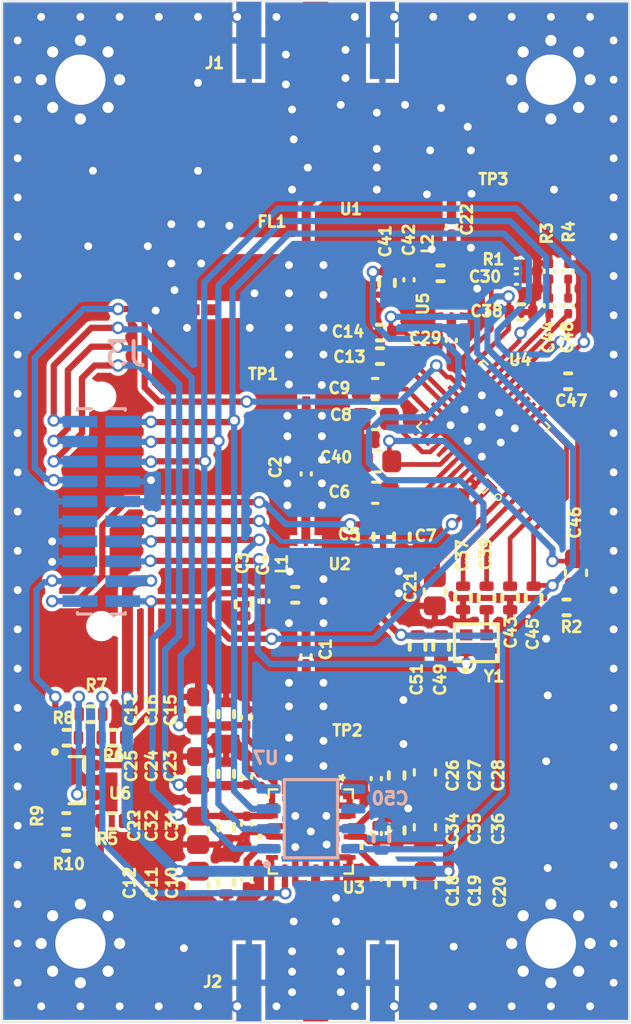
<source format=kicad_pcb>
(kicad_pcb (version 20211014) (generator pcbnew)
  (layers (0 "F.Cu" signal "Top Layer") (31 "B.Cu" signal "Bottom Layer") (34 "B.Paste" user "Bottom Paste") (35 "F.Paste" user "Top Paste") (36 "B.SilkS" user "Bottom Overlay") (37 "F.SilkS" user "Top Overlay") (38 "B.Mask" user "Bottom Solder") (39 "F.Mask" user "Top Solder") (44 "Edge.Cuts" user))
  (net 0 "")
  (net 1 "NetC29_2")
  (net 2 "Vref")
  (net 3 "Vg_PA3")
  (net 4 "Vg_PA2")
  (net 5 "Vg_PA1")
  (net 6 "Vdet")
  (net 7 "Vd_PA")
  (net 8 "Tx_PM")
  (net 9 "Tx_LO")
  (net 10 "Tx_CE")
  (net 11 "T_CSB")
  (net 12 "SDO")
  (net 13 "SDI")
  (net 14 "SCK")
  (net 15 "RF_Tx_out")
  (net 16 "RF_Tx_in")
  (net 17 "PLL_LO")
  (net 18 "PLL_CSB")
  (net 19 "PA_RF_IN")
  (net 20 "NetR9_1")
  (net 21 "NetR7_1")
  (net 22 "NetFL1_1")
  (net 23 "NetC48_2")
  (net 24 "NetC48_1")
  (net 25 "NetC47_2")
  (net 26 "NetC46_1")
  (net 27 "NetC44_2")
  (net 28 "NetC44_1")
  (net 29 "NetC43_2")
  (net 30 "NetC40_2")
  (net 31 "NetC39_2")
  (net 32 "NetC37_1")
  (net 33 "NetC30_2")
  (net 34 "NetC30_1")
  (net 35 "NetC29_1")
  (net 36 "NetC22_2")
  (net 37 "NetC22_1")
  (net 38 "NetC21_2")
  (net 39 "NetC13_2")
  (net 40 "NetC9_2")
  (net 41 "NetC8_1")
  (net 42 "NetC7_2")
  (net 43 "NetC6_1")
  (net 44 "NetC2_2")
  (net 45 "NetC2_1")
  (net 46 "NetC1_2")
  (net 47 "NetC1_1")
  (net 48 "LO_EN")
  (net 49 "GND")
  (net 50 "5V")
  (net 51 "3V3")
  (footprint "3CAT_Miscellaneous.PcbLib:0603 SMD Capacitor" (layer "F.Cu") (at 153.667557 121.803599 90)
    (fp_text reference "C27")
    (fp_text value "Cap Semi" hide)
  )
  (footprint "3CAT_Miscellaneous.PcbLib:SOT-23-5" (layer "F.Cu") (at 133.076178 122.103682 -90)
    (fp_text reference "U6")
    (fp_text value "AD8031" hide)
  )
  (footprint "3CAT_Miscellaneous.PcbLib:0402 SND CAPACITOR" (layer "F.Cu") (at 144.101097 124.903597 -90)
    (fp_text reference "C31")
    (fp_text value "Cap Semi" hide)
  )
  (footprint "RF_GGS.PcbLib:Notch_5600to6100MHz" (layer "F.Cu") (at 147.901099 90.103601 -90)
    (fp_text reference "FL1")
    (fp_text value "NotchFilter" hide)
  )
  (footprint "3CAT_Miscellaneous.PcbLib:0603 SMD Capacitor" (layer "F.Cu") (at 153.051094 90.443605 90)
    (fp_text reference "C41")
    (fp_text value "Cap Semi" hide)
  )
  (footprint "3CAT_Miscellaneous.PcbLib:0805 SMD Capacitor" (layer "F.Cu") (at 141.001101 117.703597 90)
    (fp_text reference "C17")
    (fp_text value "Cap Semi" hide)
  )
  (footprint "Connectors_GGS.PcbLib:CONSMA020-062-G" (layer "F.Cu") (at 152.761097 75.003599 180)
    (fp_text reference "J1")
    (fp_text value "SMA" hide)
  )
  (footprint "3CAT_Miscellaneous.PcbLib:0402 SND CAPACITOR" (layer "F.Cu") (at 163.401099 91.903599 90)
    (fp_text reference "C44")
    (fp_text value "Cap Semi" hide)
  )
  (footprint "Connectors_GGS.PcbLib:MS-156C" (layer "F.Cu") (at 146.701099 95.763599 -90)
    (fp_text reference "TP1")
    (fp_text value "MSC-156C" hide)
  )
  (footprint "3CAT_Miscellaneous.PcbLib:0402 SMD Resistor" (layer "F.Cu") (at 163.401099 89.703599 -90)
    (fp_text reference "R3")
    (fp_text value "Res3" hide)
  )
  (footprint "3CAT_Miscellaneous.PcbLib:0805 SMD Capacitor" (layer "F.Cu") (at 152.301103 103.803599 180)
    (fp_text reference "C6")
    (fp_text value "Cap Semi" hide)
  )
  (footprint "3CAT_Miscellaneous.PcbLib:0402 SND CAPACITOR" (layer "F.Cu") (at 144.101099 128.403596 -90)
    (fp_text reference "C10")
    (fp_text value "Cap Semi" hide)
  )
  (footprint "3CAT_Miscellaneous.PcbLib:0402 SND CAPACITOR" (layer "F.Cu") (at 145.201099 110.703599 90)
    (fp_text reference "C4")
    (fp_text value "Cap Semi" hide)
  )
  (footprint "3CAT_Miscellaneous.PcbLib:0603 SMD Capacitor" (layer "F.Cu") (at 142.801101 121.703594 90)
    (fp_text reference "C24")
    (fp_text value "Cap Semi" hide)
  )
  (footprint "3CAT_Miscellaneous.PcbLib:0402 SND CAPACITOR" (layer "F.Cu") (at 161.301101 90.203601)
    (fp_text reference "C30")
    (fp_text value "Cap Semi" hide)
  )
  (footprint "3CAT_Miscellaneous.PcbLib:0603 SMD Capacitor" (layer "F.Cu") (at 161.601101 92.303602)
    (fp_text reference "C38")
    (fp_text value "Cap Semi" hide)
  )
  (footprint "3CAT_Miscellaneous.PcbLib:0603 SMD Capacitor" (layer "F.Cu") (at 142.801097 125.103597 -90)
    (fp_text reference "C32")
    (fp_text value "Cap Semi" hide)
  )
  (footprint "3CAT_Miscellaneous.PcbLib:0805 SMD Capacitor" (layer "F.Cu") (at 141.001098 125.303602 -90)
    (fp_text reference "C33")
    (fp_text value "Cap Semi" hide)
  )
  (footprint "3CAT_Miscellaneous.PcbLib:0402 SND CAPACITOR" (layer "F.Cu") (at 152.367554 122.003599 90)
    (fp_text reference "C26")
    (fp_text value "Cap Semi" hide)
  )
  (footprint "3CAT_Miscellaneous.PcbLib:0402 SMD Resistor" (layer "F.Cu") (at 164.601099 89.703599 -90)
    (fp_text reference "R4")
    (fp_text value "Res3" hide)
  )
  (footprint "3CAT_Miscellaneous.PcbLib:0603 SMD Inductor" (layer "F.Cu") (at 147.201101 110.303601 180)
    (fp_text reference "L1")
    (fp_text value "Inductor" hide)
  )
  (footprint "3CAT_Miscellaneous.PcbLib:0402 SND CAPACITOR" (layer "F.Cu") (at 144.101099 121.903593 90)
    (fp_text reference "C23")
    (fp_text value "Cap Semi" hide)
  )
  (footprint "3CAT_Miscellaneous.PcbLib:0805 SMD Capacitor" (layer "F.Cu") (at 155.467556 125.103599 90)
    (fp_text reference "C36")
    (fp_text value "Cap Semi" hide)
  )
  (footprint "3CAT_Miscellaneous.PcbLib:M3 ScrewHole" (layer "F.Cu") (at 133.501101 77.503601)
    (fp_text reference "SCRW2" hide)
    (fp_text value "Metric Screw Hole" hide)
  )
  (footprint "3CAT_Miscellaneous.PcbLib:0603 SMD Capacitor" (layer "F.Cu") (at 155.001108 113.603597 90)
    (fp_text reference "C51")
    (fp_text value "Cap Semi" hide)
  )
  (footprint "Miscellaneous_GGS.PcbLib:ECS-TXO-2016" (layer "F.Cu") (at 158.101101 112.853601)
    (fp_text reference "Y1")
    (fp_text value "TCXO 25 MHz" hide)
  )
  (footprint "3CAT_Miscellaneous.PcbLib:0603 SMD Resistor" (layer "F.Cu") (at 132.626177 119.403682)
    (fp_text reference "R8")
    (fp_text value "Res3" hide)
  )
  (footprint "3CAT_Miscellaneous.PcbLib:0603 SMD Capacitor" (layer "F.Cu") (at 164.601099 96.703601 180)
    (fp_text reference "C47")
    (fp_text value "Cap Semi" hide)
  )
  (footprint "Connectors_GGS.PcbLib:MS-156C" (layer "F.Cu") (at 158.401101 85.128602 90)
    (fp_text reference "TP3")
    (fp_text value "MSC-156C" hide)
  )
  (footprint "3CAT_Miscellaneous.PcbLib:0805 SMD Capacitor" (layer "F.Cu") (at 155.467558 121.603602 90)
    (fp_text reference "C28")
    (fp_text value "Cap Semi" hide)
  )
  (footprint "3CAT_Miscellaneous.PcbLib:0603 SMD Inductor" (layer "F.Cu") (at 156.463901 89.832718 180)
    (fp_text reference "L2")
    (fp_text value "Inductor" hide)
  )
  (footprint "RF_GGS.PcbLib:HMC788A" (layer "F.Cu") (at 156.513297 92.539489 90)
    (fp_text reference "U5")
    (fp_text value "HMC788A" hide)
  )
  (footprint "3CAT_Miscellaneous.PcbLib:0402 SND CAPACITOR" (layer "F.Cu") (at 152.367554 128.403599 -90)
    (fp_text reference "C18")
    (fp_text value "Cap Semi" hide)
  )
  (footprint "3CAT_Miscellaneous.PcbLib:0805 SMD Capacitor" (layer "F.Cu") (at 141.001103 121.503592 90)
    (fp_text reference "C25")
    (fp_text value "Cap Semi" hide)
  )
  (footprint "RF_GGS.PcbLib:HMC788A" (layer "F.Cu") (at 148.526099 106.978602 -90)
    (fp_text reference "U2")
    (fp_text value "HMC788A" hide)
  )
  (footprint "3CAT_Miscellaneous.PcbLib:0402 SND CAPACITOR" (layer "F.Cu") (at 144.101099 118.103593 90)
    (fp_text reference "C15")
    (fp_text value "Cap Semi" hide)
  )
  (footprint "3CAT_Miscellaneous.PcbLib:0603 SMD Capacitor" (layer "F.Cu") (at 162.401096 110.503601 -90)
    (fp_text reference "C45")
    (fp_text value "Cap Semi" hide)
  )
  (footprint "3CAT_Miscellaneous.PcbLib:0603 SMD Capacitor" (layer "F.Cu") (at 152.601101 93.603599 180)
    (fp_text reference "C14")
    (fp_text value "Cap Semi" hide)
  )
  (footprint "3CAT_Miscellaneous.PcbLib:0402 SMD Resistor" (layer "F.Cu") (at 161.301101 89.203599)
    (fp_text reference "R1")
    (fp_text value "Res3" hide)
  )
  (footprint "RF_GGS.PcbLib:HV1195_Minicircuits" (layer "F.Cu") (at 153.676101 86.313599 -90)
    (fp_text reference "U1")
    (fp_text value "SIM-14+" hide)
  )
  (footprint "3CAT_Miscellaneous.PcbLib:0603 SMD Capacitor" (layer "F.Cu") (at 156.501107 113.603602 -90)
    (fp_text reference "C49")
    (fp_text value "Cap Semi" hide)
  )
  (footprint "3CAT_Miscellaneous.PcbLib:0603 SMD Capacitor" (layer "F.Cu") (at 152.601101 95.103601)
    (fp_text reference "C13")
    (fp_text value "Cap Semi" hide)
  )
  (footprint "3CAT_Miscellaneous.PcbLib:0603 SMD Capacitor" (layer "F.Cu") (at 157.901099 110.503601 -90)
    (fp_text reference "C37")
    (fp_text value "Cap Semi" hide)
  )
  (footprint "3CAT_Miscellaneous.PcbLib:0402 SND CAPACITOR" (layer "F.Cu") (at 152.367554 125.503599 90)
    (fp_text reference "C34")
    (fp_text value "Cap Semi" hide)
  )
  (footprint "3CAT_Miscellaneous.PcbLib:0603 SMD Capacitor" (layer "F.Cu") (at 160.901106 110.503606 90)
    (fp_text reference "C43")
    (fp_text value "Cap Semi" hide)
  )
  (footprint "3CAT_Miscellaneous.PcbLib:0603 SMD Resistor" (layer "F.Cu") (at 135.576178 119.40368)
    (fp_text reference "R6")
    (fp_text value "Res3" hide)
  )
  (footprint "3CAT_Miscellaneous.PcbLib:0603 SMD Resistor" (layer "F.Cu") (at 135.501101 124.703599)
    (fp_text reference "R5")
    (fp_text value "Res3" hide)
  )
  (footprint "3CAT_Miscellaneous.PcbLib:0603 SMD Resistor" (layer "F.Cu") (at 132.601099 126.103599)
    (fp_text reference "R10")
    (fp_text value "Res3" hide)
  )
  (footprint "3CAT_Miscellaneous.PcbLib:0603 SMD Capacitor" (layer "F.Cu") (at 159.401104 110.503603 90)
    (fp_text reference "C39")
    (fp_text value "Cap Semi" hide)
  )
  (footprint "3CAT_Miscellaneous.PcbLib:0603 SMD Resistor" (layer "F.Cu") (at 132.601099 124.703599)
    (fp_text reference "R9")
    (fp_text value "Res3" hide)
  )
  (footprint "3CAT_Miscellaneous.PcbLib:0603 SMD Resistor" (layer "F.Cu") (at 164.501099 111.103599 180)
    (fp_text reference "R2")
    (fp_text value "Res3" hide)
  )
  (footprint "3CAT_Miscellaneous.PcbLib:0805 SMD Capacitor" (layer "F.Cu") (at 165.101101 108.903599 90)
    (fp_text reference "C46")
    (fp_text value "Cap Semi" hide)
  )
  (footprint "3CAT_Miscellaneous.PcbLib:0805 SMD Capacitor" (layer "F.Cu") (at 152.301101 99.103601 180)
    (fp_text reference "C8")
    (fp_text value "Cap Semi" hide)
  )
  (footprint "3CAT_Miscellaneous.PcbLib:0805 SMD Capacitor" (layer "F.Cu") (at 141.001098 128.803595 -90)
    (fp_text reference "C12")
    (fp_text value "Cap Semi" hide)
  )
  (footprint "3CAT_Miscellaneous.PcbLib:0402 SND CAPACITOR" (layer "F.Cu") (at 157.163905 86.832716 90)
    (fp_text reference "C22")
    (fp_text value "Cap Semi" hide)
  )
  (footprint "3CAT_Miscellaneous.PcbLib:0603 SMD Capacitor" (layer "F.Cu") (at 153.667557 125.303599 90)
    (fp_text reference "C35")
    (fp_text value "Cap Semi" hide)
  )
  (footprint "3CAT_Miscellaneous.PcbLib:0402 SND CAPACITOR" (layer "F.Cu") (at 157.151103 94.103603 90)
    (fp_text reference "C29")
    (fp_text value "Cap Semi" hide)
  )
  (footprint "RF_GGS.PcbLib:CP_24_20_ADI" (layer "F.Cu") (at 148.193453 125.373398 -90)
    (fp_text reference "U3")
    (fp_text value "HMC952ALP5GE" hide)
  )
  (footprint "3CAT_Miscellaneous.PcbLib:M3 ScrewHole" (layer "F.Cu") (at 163.501101 77.503601)
    (fp_text reference "SCRW4" hide)
    (fp_text value "Metric Screw Hole" hide)
  )
  (footprint "3CAT_Miscellaneous.PcbLib:0805 SMD Capacitor" (layer "F.Cu") (at 156.101103 110.103604 90)
    (fp_text reference "C21")
    (fp_text value "Cap Semi" hide)
  )
  (footprint "3CAT_Miscellaneous.PcbLib:0402 SND CAPACITOR" (layer "F.Cu") (at 147.888295 114.191983 -90)
    (fp_text reference "C1")
    (fp_text value "Cap Semi" hide)
  )
  (footprint "3CAT_Miscellaneous.PcbLib:0805 SMD Capacitor" (layer "F.Cu") (at 152.301101 97.203599)
    (fp_text reference "C9")
    (fp_text value "Cap Semi" hide)
  )
  (footprint "3CAT_Miscellaneous.PcbLib:0603 SMD Capacitor" (layer "F.Cu") (at 143.901099 110.903599 90)
    (fp_text reference "C3")
    (fp_text value "Cap Semi" hide)
  )
  (footprint "3CAT_Miscellaneous.PcbLib:0402 SND CAPACITOR" (layer "F.Cu") (at 154.451094 90.243603 90)
    (fp_text reference "C42")
    (fp_text value "Cap Semi" hide)
  )
  (footprint "3CAT_Miscellaneous.PcbLib:0603 SMD Resistor" (layer "F.Cu") (at 134.176179 117.90368)
    (fp_text reference "R7")
    (fp_text value "Res3" hide)
  )
  (footprint "3CAT_Miscellaneous.PcbLib:0805 SMD Capacitor" (layer "F.Cu") (at 155.501099 128.803599 -90)
    (fp_text reference "C20")
    (fp_text value "Cap Semi" hide)
  )
  (footprint "3CAT_Miscellaneous.PcbLib:0805 SMD Capacitor" (layer "F.Cu") (at 152.451101 101.803603)
    (fp_text reference "C40")
    (fp_text value "Cap Semi" hide)
  )
  (footprint "3CAT_Miscellaneous.PcbLib:0402 SND CAPACITOR" (layer "F.Cu") (at 164.601099 91.903599 -90)
    (fp_text reference "C48")
    (fp_text value "Cap Semi" hide)
  )
  (footprint "RF_GGS.PcbLib:QFN50P600X600X100-41N" (layer "F.Cu") (at 159.201099 99.603599 135)
    (fp_text reference "U4")
    (fp_text value "LMX2572" hide)
  )
  (footprint "Connectors_GGS.PcbLib:MS-156C" (layer "F.Cu") (at 146.721099 117.313599 -90)
    (fp_text reference "TP2")
    (fp_text value "MSC-156C" hide)
  )
  (footprint "3CAT_Miscellaneous.PcbLib:0603 SMD Capacitor" (layer "F.Cu") (at 153.667554 128.603599 -90)
    (fp_text reference "C19")
    (fp_text value "Cap Semi" hide)
  )
  (footprint "3CAT_Miscellaneous.PcbLib:0402 SND CAPACITOR" (layer "F.Cu") (at 147.901099 102.603601 -90)
    (fp_text reference "C2")
    (fp_text value "Cap Semi" hide)
  )
  (footprint "3CAT_Miscellaneous.PcbLib:0603 SMD Capacitor" (layer "F.Cu") (at 151.701104 106.603601 90)
    (fp_text reference "C5")
    (fp_text value "Cap Semi" hide)
  )
  (footprint "Connectors_GGS.PcbLib:CONSMA020-062-G" (layer "F.Cu") (at 144.241099 135.003599)
    (fp_text reference "J2")
    (fp_text value "SMA" hide)
  )
  (footprint "3CAT_Miscellaneous.PcbLib:0603 SMD Capacitor" (layer "F.Cu") (at 142.801099 128.603595 -90)
    (fp_text reference "C11")
    (fp_text value "Cap Semi" hide)
  )
  (footprint "3CAT_Miscellaneous.PcbLib:M3 ScrewHole" (layer "F.Cu") (at 163.501101 132.503599)
    (fp_text reference "SCRW3" hide)
    (fp_text value "Metric Screw Hole" hide)
  )
  (footprint "3CAT_Miscellaneous.PcbLib:M3 ScrewHole" (layer "F.Cu") (at 133.501101 132.503599)
    (fp_text reference "SCRW1" hide)
    (fp_text value "Metric Screw Hole" hide)
  )
  (footprint "3CAT_Miscellaneous.PcbLib:0603 SMD Capacitor" (layer "F.Cu") (at 154.001101 106.603601 90)
    (fp_text reference "C7")
    (fp_text value "Cap Semi" hide)
  )
  (footprint "3CAT_Miscellaneous.PcbLib:0603 SMD Capacitor" (layer "F.Cu") (at 142.801101 117.903594 90)
    (fp_text reference "C16")
    (fp_text value "Cap Semi" hide)
  )
  (footprint "Connectors_GGS.PcbLib:SAMTEC_SFC-110-T2-F-D-A-TR" (layer "B.Cu") (at 134.836099 104.988599 -90)
    (fp_text reference "J3")
    (fp_text value "SFC-110-T2-F-D-A-TR" hide)
  )
  (footprint "3CAT_Miscellaneous.PcbLib:SOIC-8" (layer "B.Cu") (at 148.201101 124.568597)
    (fp_text reference "U7")
    (fp_text value "ADT7310" hide)
  )
  (footprint "3CAT_Miscellaneous.PcbLib:0603 SMD Capacitor" (layer "B.Cu") (at 152.701101 125.803601 -90)
    (fp_text reference "C50")
    (fp_text value "Cap Semi" hide)
  )
  (gr_poly (pts (xy 149.141066 98.141614) (xy 148.480849 98.141771) (xy 148.480808 96.093797) (xy 148.82285 95.751639) (xy 149.141099 95.751702) (xy 149.141099 96.493601) (xy 148.891097 96.493601) (xy 148.891095 97.393599) (xy 149.141081 97.393597)) (layer "F.Cu") (width 0) (fill solid))
  (gr_poly (pts (xy 146.68099 119.693522) (xy 147.341207 119.693679) (xy 147.341248 117.645705) (xy 146.999206 117.303547) (xy 146.680957 117.30361) (xy 146.680957 118.043601) (xy 146.930956 118.043601) (xy 146.930954 118.943599) (xy 146.680969 118.943597)) (layer "F.Cu") (width 0) (fill solid))
  (gr_poly (pts (xy 149.161066 119.691614) (xy 148.500849 119.691771) (xy 148.500808 117.643797) (xy 148.84285 117.301639) (xy 149.161099 117.301703) (xy 149.161099 118.043601) (xy 148.911097 118.043601) (xy 148.911095 118.943599) (xy 149.161081 118.943597)) (layer "F.Cu") (width 0) (fill solid))
  (gr_poly (pts (xy 155.961134 82.750588) (xy 156.621351 82.750431) (xy 156.621392 84.798405) (xy 156.27935 85.140563) (xy 155.961101 85.140499) (xy 155.961101 84.398601) (xy 156.211103 84.398601) (xy 156.211105 83.498603) (xy 155.961119 83.498605)) (layer "F.Cu") (width 0) (fill solid))
  (gr_poly (pts (xy 146.66099 98.143521) (xy 147.321207 98.143679) (xy 147.321248 96.095705) (xy 146.979206 95.753547) (xy 146.660957 95.75361) (xy 146.660957 96.493601) (xy 146.910956 96.493601) (xy 146.910954 97.393599) (xy 146.66097 97.393597)) (layer "F.Cu") (width 0) (fill solid))
  (gr_poly (pts (xy 158.44121 82.74868) (xy 157.780993 82.748523) (xy 157.780952 84.796497) (xy 158.122994 85.138655) (xy 158.441243 85.138592) (xy 158.441243 84.398601) (xy 158.191244 84.398601) (xy 158.191246 83.498603) (xy 158.44123 83.498605)) (layer "F.Cu") (width 0) (fill solid))
  (gr_poly (pts (xy 145.086754 125.894098) (xy 145.086754 125.513098) (xy 144.832754 125.513098) (xy 144.832754 125.894098)) (layer "F.SilkS") (width 0) (fill solid))
  (gr_poly (pts (xy 151.300153 126.554498) (xy 151.300153 126.173498) (xy 151.554153 126.173498) (xy 151.554153 126.554498)) (layer "F.SilkS") (width 0) (fill solid))
  (gr_line (start 128.501101 72.503601) (end 128.501101 137.503599) (layer "Edge.Cuts") (width 0.05))
  (gr_line (start 128.501101 137.503599) (end 168.501099 137.503599) (layer "Edge.Cuts") (width 0.05))
  (gr_line (start 168.501099 137.503599) (end 168.501099 72.503601) (layer "Edge.Cuts") (width 0.05))
  (gr_line (start 168.501099 72.503601) (end 128.501101 72.503601) (layer "Edge.Cuts") (width 0.05))
  (segment (start 157.151101 93.603602) (end 157.151101 92.776687) (width 0.61) (layer "F.Cu") (net 1))
  (segment (start 134.801101 126.803601) (end 139.001099 131.003599) (width 0.4) (layer "F.Cu") (net 2))
  (segment (start 133.351101 124.703599) (end 134.751103 124.703599) (width 0.4) (layer "F.Cu") (net 2))
  (segment (start 144.201099 131.003599) (end 145.66755 129.537149) (width 0.4) (layer "F.Cu") (net 2))
  (segment (start 134.801101 126.803601) (end 134.801101 124.753519) (width 0.4) (layer "F.Cu") (net 2))
  (segment (start 139.001099 131.003599) (end 144.201099 131.003599) (width 0.4) (layer "F.Cu") (net 2))
  (segment (start 145.66755 129.537149) (end 145.66755 127.071597) (width 0.4) (layer "F.Cu") (net 2))
  (segment (start 134.751101 124.703519) (end 134.801101 124.753519) (width 0.4) (layer "F.Cu") (net 2))
  (segment (start 131.661327 101.803672) (end 131.801093 101.803672) (width 0.4) (layer "F.Cu") (net 3))
  (segment (start 133.601101 100.003602) (end 133.601101 96.503599) (width 0.4) (layer "F.Cu") (net 3))
  (segment (start 133.601101 96.503599) (end 134.401098 95.703599) (width 0.4) (layer "F.Cu") (net 3))
  (segment (start 140.921898 124.303601) (end 141.001095 124.382798) (width 0.4) (layer "F.Cu") (net 3))
  (segment (start 131.84136 101.623639) (end 131.981062 101.623639) (width 0.4) (layer "F.Cu") (net 3))
  (segment (start 131.981062 101.623639) (end 133.601101 100.003602) (width 0.4) (layer "F.Cu") (net 3))
  (segment (start 131.6364 101.828599) (end 131.84136 101.623639) (width 0.4) (layer "F.Cu") (net 3))
  (segment (start 141.001095 124.382798) (end 142.801094 124.382798) (width 0.4) (layer "F.Cu") (net 3))
  (segment (start 142.801094 124.382798) (end 144.101094 124.382798) (width 0.4) (layer "F.Cu") (net 3))
  (segment (start 144.101094 124.382798) (end 145.719353 124.382798) (width 0.4) (layer "F.Cu") (net 3))
  (segment (start 134.401098 95.703599) (end 135.901101 95.703599) (width 0.4) (layer "F.Cu") (net 3))
  (segment (start 131.6364 101.828599) (end 131.661327 101.803672) (width 0.4) (layer "F.Cu") (net 3))
  (segment (start 139.751101 124.303601) (end 140.921898 124.303601) (width 0.4) (layer "F.Cu") (net 3))
  (via (at 135.901101 95.703599) (size 0.8) (drill 0.5) (layers "F.Cu" "B.Cu") (net 3))
  (via (at 139.751101 124.303601) (size 0.8) (drill 0.5) (layers "F.Cu" "B.Cu") (net 3))
  (via (at 131.801093 101.803672) (size 0.8) (drill 0.5) (layers "F.Cu" "B.Cu") (net 3))
  (segment (start 132.971406 101.663906) (end 133.136099 101.828599) (width 0.4) (layer "B.Cu") (net 3))
  (segment (start 135.901101 95.703599) (end 137.201101 95.703599) (width 0.4) (layer "B.Cu") (net 3))
  (segment (start 137.201101 95.703599) (end 139.101099 97.603599) (width 0.4) (layer "B.Cu") (net 3))
  (segment (start 138.101101 113.103601) (end 139.101099 112.103603) (width 0.4) (layer "B.Cu") (net 3))
  (segment (start 139.701101 124.303601) (end 139.751101 124.303601) (width 0.4) (layer "B.Cu") (net 3))
  (segment (start 131.801093 101.803672) (end 132.83164 101.803672) (width 0.4) (layer "B.Cu") (net 3))
  (segment (start 139.101099 112.103603) (end 139.101099 97.603599) (width 0.4) (layer "B.Cu") (net 3))
  (segment (start 138.101101 122.703602) (end 139.701101 124.303601) (width 0.4) (layer "B.Cu") (net 3))
  (segment (start 138.101101 122.703602) (end 138.101101 113.103601) (width 0.4) (layer "B.Cu") (net 3))
  (segment (start 132.83164 101.803672) (end 132.971406 101.663906) (width 0.4) (layer "B.Cu") (net 3))
  (segment (start 131.801093 100.503674) (end 131.901024 100.503674) (width 0.4) (layer "F.Cu") (net 4))
  (segment (start 144.101097 122.403592) (end 144.101101 122.403597) (width 0.4) (layer "F.Cu") (net 4))
  (segment (start 142.801099 122.403597) (end 144.101097 122.403597) (width 0.4) (layer "F.Cu") (net 4))
  (segment (start 141.001108 122.403597) (end 142.801099 122.403597) (width 0.4) (layer "F.Cu") (net 4))
  (segment (start 134.201015 94.503686) (end 135.901085 94.503686) (width 0.4) (layer "F.Cu") (net 4))
  (segment (start 141.00109 122.403599) (end 141.001101 122.40359) (width 0.4) (layer "F.Cu") (net 4))
  (segment (start 139.801101 122.403599) (end 141.00109 122.403599) (width 0.4) (layer "F.Cu") (net 4))
  (segment (start 132.701101 99.703597) (end 132.701101 96.003599) (width 0.4) (layer "F.Cu") (net 4))
  (segment (start 132.701101 96.003599) (end 134.201015 94.503686) (width 0.4) (layer "F.Cu") (net 4))
  (segment (start 145.719353 123.569597) (end 145.719353 123.055399) (width 0.4) (layer "F.Cu") (net 4))
  (segment (start 144.101101 122.403597) (end 145.067551 122.403597) (width 0.4) (layer "F.Cu") (net 4))
  (segment (start 131.901024 100.503674) (end 132.701101 99.703597) (width 0.4) (layer "F.Cu") (net 4))
  (segment (start 145.067551 122.403597) (end 145.719353 123.055399) (width 0.4) (layer "F.Cu") (net 4))
  (via (at 139.801101 122.403599) (size 0.8) (drill 0.5) (layers "F.Cu" "B.Cu") (net 4))
  (via (at 131.801093 100.503674) (size 0.8) (drill 0.5) (layers "F.Cu" "B.Cu") (net 4))
  (via (at 135.901085 94.503686) (size 0.8) (drill 0.5) (layers "F.Cu" "B.Cu") (net 4))
  (segment (start 132.981101 100.403601) (end 133.136099 100.558599) (width 0.4) (layer "B.Cu") (net 4))
  (segment (start 131.801093 100.503674) (end 132.881028 100.503674) (width 0.4) (layer "B.Cu") (net 4))
  (segment (start 139.801101 112.903599) (end 139.801101 96.903599) (width 0.4) (layer "B.Cu") (net 4))
  (segment (start 137.501101 94.603599) (end 139.801101 96.903599) (width 0.4) (layer "B.Cu") (net 4))
  (segment (start 136.350309 94.599355) (end 136.354554 94.603599) (width 0.4) (layer "B.Cu") (net 4))
  (segment (start 139.665799 122.403599) (end 139.801101 122.403599) (width 0.4) (layer "B.Cu") (net 4))
  (segment (start 135.996754 94.599355) (end 136.350309 94.599355) (width 0.4) (layer "B.Cu") (net 4))
  (segment (start 138.901099 121.6389) (end 139.665799 122.403599) (width 0.4) (layer "B.Cu") (net 4))
  (segment (start 135.901085 94.503686) (end 135.996754 94.599355) (width 0.4) (layer "B.Cu") (net 4))
  (segment (start 132.881028 100.503674) (end 132.981101 100.403601) (width 0.4) (layer "B.Cu") (net 4))
  (segment (start 138.901099 113.803599) (end 139.801101 112.903599) (width 0.4) (layer "B.Cu") (net 4))
  (segment (start 138.901099 121.6389) (end 138.901099 113.803599) (width 0.4) (layer "B.Cu") (net 4))
  (segment (start 136.354554 94.603599) (end 137.501101 94.603599) (width 0.4) (layer "B.Cu") (net 4))
  (segment (start 146.542453 122.899299) (end 146.542453 121.844952) (width 0.4) (layer "F.Cu") (net 5))
  (segment (start 140.618251 118.220748) (end 141.001098 118.603595) (width 0.4) (layer "F.Cu") (net 5))
  (segment (start 131.801101 99.203601) (end 131.801101 95.703599) (width 0.4) (layer "F.Cu") (net 5))
  (segment (start 141.001093 118.603599) (end 141.001098 118.603595) (width 0.4) (layer "F.Cu") (net 5))
  (segment (start 144.101094 119.403593) (end 146.542453 121.844952) (width 0.4) (layer "F.Cu") (net 5))
  (segment (start 144.101097 119.403593) (end 144.101097 118.603597) (width 0.4) (layer "F.Cu") (net 5))
  (segment (start 141.001098 118.603597) (end 144.101097 118.603597) (width 0.4) (layer "F.Cu") (net 5))
  (segment (start 144.101097 118.603597) (end 144.101097 118.603592) (width 0.4) (layer "F.Cu") (net 5))
  (segment (start 134.201101 93.303599) (end 134.20119 93.303689) (width 0.4) (layer "F.Cu") (net 5))
  (segment (start 131.801101 95.703599) (end 134.201101 93.303599) (width 0.4) (layer "F.Cu") (net 5))
  (segment (start 134.20119 93.303689) (end 135.901085 93.303689) (width 0.4) (layer "F.Cu") (net 5))
  (segment (start 139.801101 118.603599) (end 141.001093 118.603599) (width 0.4) (layer "F.Cu") (net 5))
  (via (at 135.901085 93.303689) (size 0.8) (drill 0.5) (layers "F.Cu" "B.Cu") (net 5))
  (via (at 131.801101 99.203601) (size 0.8) (drill 0.5) (layers "F.Cu" "B.Cu") (net 5))
  (via (at 139.801101 118.603599) (size 0.8) (drill 0.5) (layers "F.Cu" "B.Cu") (net 5))
  (segment (start 139.896769 114.207932) (end 140.601101 113.503599) (width 0.4) (layer "B.Cu") (net 5))
  (segment (start 133.051101 99.203601) (end 133.136099 99.288599) (width 0.4) (layer "B.Cu") (net 5))
  (segment (start 139.896769 118.507931) (end 139.896769 114.207932) (width 0.4) (layer "B.Cu") (net 5))
  (segment (start 136.260465 93.380224) (end 136.28384 93.403599) (width 0.4) (layer "B.Cu") (net 5))
  (segment (start 135.901085 93.303689) (end 135.97762 93.380224) (width 0.4) (layer "B.Cu") (net 5))
  (segment (start 135.97762 93.380224) (end 136.260465 93.380224) (width 0.4) (layer "B.Cu") (net 5))
  (segment (start 131.801101 99.203601) (end 133.051101 99.203601) (width 0.4) (layer "B.Cu") (net 5))
  (segment (start 137.501101 93.403599) (end 140.601101 96.503599) (width 0.4) (layer "B.Cu") (net 5))
  (segment (start 139.801101 118.603599) (end 139.896769 118.507931) (width 0.4) (layer "B.Cu") (net 5))
  (segment (start 140.601101 113.503599) (end 140.601101 96.503599) (width 0.4) (layer "B.Cu") (net 5))
  (segment (start 136.28384 93.403599) (end 137.501101 93.403599) (width 0.4) (layer "B.Cu") (net 5))
  (segment (start 134.876175 117.853673) (end 134.926248 117.803599) (width 0.4) (layer "F.Cu") (net 6))
  (segment (start 134.876497 119.35336) (end 134.876497 117.95336) (width 0.4) (layer "F.Cu") (net 6))
  (segment (start 134.82618 119.403677) (end 134.876497 119.35336) (width 0.4) (layer "F.Cu") (net 6))
  (segment (start 134.926248 117.803599) (end 134.974082 117.851432) (width 0.4) (layer "F.Cu") (net 6))
  (segment (start 134.901101 117.715748) (end 135.005433 117.820081) (width 0.4) (layer "F.Cu") (net 6))
  (segment (start 134.876497 117.95336) (end 134.92618 117.903677) (width 0.4) (layer "F.Cu") (net 6))
  (segment (start 146.542453 129.278499) (end 146.542453 127.847498) (width 0.4) (layer "F.Cu") (net 6))
  (segment (start 146.542453 129.278499) (end 146.567551 129.303596) (width 0.4) (layer "F.Cu") (net 6))
  (segment (start 134.876175 117.653673) (end 134.92618 117.703678) (width 0.4) (layer "F.Cu") (net 6))
  (segment (start 134.901101 117.715748) (end 134.901101 116.803601) (width 0.4) (layer "F.Cu") (net 6))
  (segment (start 134.974082 117.851432) (end 135.005433 117.820081) (width 0.4) (layer "F.Cu") (net 6))
  (via (at 146.567551 129.303596) (size 0.8) (drill 0.5) (layers "F.Cu" "B.Cu") (net 6))
  (via (at 134.901101 116.803601) (size 0.8) (drill 0.5) (layers "F.Cu" "B.Cu") (net 6))
  (segment (start 134.901101 126.003599) (end 138.201096 129.303596) (width 0.4) (layer "B.Cu") (net 6))
  (segment (start 134.901101 126.003599) (end 134.901101 116.803601) (width 0.4) (layer "B.Cu") (net 6))
  (segment (start 138.201096 129.303596) (end 146.567551 129.303596) (width 0.4) (layer "B.Cu") (net 6))
  (segment (start 141.001098 127.903599) (end 141.001101 127.903597) (width 0.3) (layer "F.Cu") (net 7))
  (segment (start 156.96755 127.903602) (end 156.967553 127.903599) (width 0.7) (layer "F.Cu") (net 7))
  (segment (start 144.101097 127.203599) (end 144.940699 126.363998) (width 0.4) (layer "F.Cu") (net 7))
  (segment (start 141.001101 127.903597) (end 144.101097 127.903597) (width 0.4) (layer "F.Cu") (net 7))
  (segment (start 144.940699 126.363998) (end 145.719353 126.363998) (width 0.4) (layer "F.Cu") (net 7))
  (segment (start 151.161502 125.043198) (end 152.401101 123.803599) (width 0.4) (layer "F.Cu") (net 7))
  (segment (start 155.467556 122.503599) (end 155.475796 122.511839) (width 0.7) (layer "F.Cu") (net 7))
  (segment (start 155.467553 126.003599) (end 156.96755 126.003599) (width 0.4) (layer "F.Cu") (net 7))
  (segment (start 153.644026 122.527125) (end 153.667554 122.503597) (width 0.4) (layer "F.Cu") (net 7))
  (segment (start 144.101097 127.903597) (end 144.101097 127.715799) (width 0.4) (layer "F.Cu") (net 7))
  (segment (start 150.667553 126.363998) (end 151.104237 126.363998) (width 0.4) (layer "F.Cu") (net 7))
  (segment (start 136.501099 116.803601) (end 136.501099 109.95967) (width 0.7) (layer "F.Cu") (net 7))
  (segment (start 155.501101 127.903602) (end 156.96755 127.903602) (width 0.7) (layer "F.Cu") (net 7))
  (segment (start 151.104237 126.363998) (end 152.367557 127.627318) (width 0.4) (layer "F.Cu") (net 7))
  (segment (start 150.667555 125.703601) (end 151.615577 125.703601) (width 0.4) (layer "F.Cu") (net 7))
  (segment (start 152.39108 122.527125) (end 153.644026 122.527125) (width 0.4) (layer "F.Cu") (net 7))
  (segment (start 144.101097 127.903597) (end 144.101101 127.903597) (width 0.4) (layer "F.Cu") (net 7))
  (segment (start 152.367557 127.903599) (end 152.367557 127.627318) (width 0.4) (layer "F.Cu") (net 7))
  (segment (start 156.96755 126.003599) (end 156.96755 123.170053) (width 0.7) (layer "F.Cu") (net 7))
  (segment (start 144.101097 127.715799) (end 144.101097 127.203599) (width 0.4) (layer "F.Cu") (net 7))
  (segment (start 152.317557 127.853599) (end 152.367557 127.903599) (width 0.4) (layer "F.Cu") (net 7))
  (segment (start 152.401101 123.803599) (end 152.401101 122.537145) (width 0.4) (layer "F.Cu") (net 7))
  (segment (start 150.667553 125.043198) (end 151.161502 125.043198) (width 0.4) (layer "F.Cu") (net 7))
  (segment (start 151.615577 125.703601) (end 151.915577 126.003599) (width 0.4) (layer "F.Cu") (net 7))
  (segment (start 153.667554 122.503597) (end 155.467553 122.503597) (width 0.4) (layer "F.Cu") (net 7))
  (segment (start 137.052574 109.408195) (end 137.996504 109.408195) (width 0.7) (layer "F.Cu") (net 7))
  (segment (start 137.996504 109.408195) (end 138.001099 109.403601) (width 0.6) (layer "F.Cu") (net 7))
  (segment (start 150.667553 125.703599) (end 150.667555 125.703601) (width 0.4) (layer "F.Cu") (net 7))
  (segment (start 156.309337 122.511839) (end 156.96755 123.170053) (width 0.7) (layer "F.Cu") (net 7))
  (segment (start 144.032202 127.784694) (end 144.101097 127.715799) (width 0.4) (layer "F.Cu") (net 7))
  (segment (start 151.915577 126.003599) (end 152.144532 126.003599) (width 0.4) (layer "F.Cu") (net 7))
  (segment (start 136.501099 109.95967) (end 137.052574 109.408195) (width 0.7) (layer "F.Cu") (net 7))
  (segment (start 155.475796 122.511839) (end 156.309337 122.511839) (width 0.7) (layer "F.Cu") (net 7))
  (segment (start 152.367552 126.003599) (end 155.467553 126.003599) (width 0.4) (layer "F.Cu") (net 7))
  (segment (start 156.967553 127.903599) (end 156.967553 126.003599) (width 0.7) (layer "F.Cu") (net 7))
  (segment (start 152.39108 122.527125) (end 152.401101 122.537145) (width 0.4) (layer "F.Cu") (net 7))
  (segment (start 139.801101 127.903599) (end 141.001098 127.903599) (width 0.4) (layer "F.Cu") (net 7))
  (segment (start 152.467554 127.903602) (end 155.501101 127.903602) (width 0.4) (layer "F.Cu") (net 7))
  (via (at 138.001099 109.403601) (size 0.8) (drill 0.5) (layers "F.Cu" "B.Cu") (net 7))
  (via (at 139.801101 127.903599) (size 0.8) (drill 0.5) (layers "F.Cu" "B.Cu") (net 7))
  (via (at 136.501099 116.803601) (size 0.8) (drill 0.5) (layers "F.Cu" "B.Cu") (net 7))
  (via (at 156.967553 127.903599) (size 0.8) (drill 0.5) (layers "F.Cu" "B.Cu") (net 7))
  (segment (start 139.601101 127.903599) (end 139.801101 127.903599) (width 0.7) (layer "B.Cu") (net 7))
  (segment (start 139.601103 127.903602) (end 156.961602 127.903599) (width 0.7) (layer "B.Cu") (net 7))
  (segment (start 135.866101 109.448599) (end 135.911101 109.403601) (width 0.4) (layer "B.Cu") (net 7))
  (segment (start 136.501099 124.803599) (end 136.501099 116.803601) (width 0.7) (layer "B.Cu") (net 7))
  (segment (start 136.501099 124.803599) (end 139.601101 127.903599) (width 0.7) (layer "B.Cu") (net 7))
  (segment (start 135.911101 109.403601) (end 138.001099 109.403601) (width 0.6) (layer "B.Cu") (net 7))
  (segment (start 156.961602 127.903599) (end 156.967553 127.903599) (width 0.3) (layer "B.Cu") (net 7))
  (segment (start 131.901101 119.378676) (end 131.901101 116.803599) (width 0.4) (layer "F.Cu") (net 8))
  (segment (start 131.876176 119.403601) (end 131.901101 119.378676) (width 0.4) (layer "F.Cu") (net 8))
  (segment (start 131.876178 121.153681) (end 131.876178 119.503679) (width 0.4) (layer "F.Cu") (net 8))
  (via locked (at 131.701101 109.403601) (size 0.8) (drill 0.5) (layers "F.Cu" "B.Cu") (net 8))
  (via (at 131.901101 116.803599) (size 0.8) (drill 0.5) (layers "F.Cu" "B.Cu") (net 8))
  (segment (start 131.5658 109.403601) (end 131.701101 109.403601) (width 0.4) (layer "B.Cu") (net 8))
  (segment (start 131.20543 109.49927) (end 131.605432 109.49927) (width 0.4) (layer "B.Cu") (net 8))
  (segment (start 131.901098 116.803599) (end 131.901101 116.803599) (width 0.4) (layer "B.Cu") (net 8))
  (segment (start 130.701101 115.603601) (end 131.901098 116.803599) (width 0.4) (layer "B.Cu") (net 8))
  (segment (start 130.701101 110.003599) (end 131.20543 109.49927) (width 0.4) (layer "B.Cu") (net 8))
  (segment (start 130.701101 115.603601) (end 130.701101 110.003599) (width 0.4) (layer "B.Cu") (net 8))
  (segment (start 131.571099 109.433599) (end 133.471097 109.433599) (width 0.4) (layer "B.Cu") (net 8))
  (segment (start 131.605432 109.49927) (end 131.701101 109.403601) (width 0.4) (layer "B.Cu") (net 8))
  (segment (start 156.361101 80.563599) (end 157.201101 81.403601) (width 0.61) (layer "F.Cu") (net 9))
  (segment (start 154.191099 80.563599) (end 156.361101 80.563599) (width 0.61) (layer "F.Cu") (net 9))
  (segment (start 157.201101 82.988601) (end 157.201101 81.403601) (width 0.61) (layer "F.Cu") (net 9))
  (segment (start 157.195716 82.983216) (end 157.201101 82.988601) (width 0.3) (layer "F.Cu") (net 9))
  (segment (start 138.016074 105.603599) (end 144.901101 105.603599) (width 0.4) (layer "F.Cu") (net 10))
  (segment (start 157.301101 105.803599) (end 159.745967 103.358733) (width 0.3) (layer "F.Cu") (net 10))
  (segment (start 157.201101 105.803599) (end 157.301101 105.803599) (width 0.3) (layer "F.Cu") (net 10))
  (via (at 138.016074 105.603599) (size 0.8) (drill 0.5) (layers "F.Cu" "B.Cu") (net 10))
  (via (at 157.201101 105.803599) (size 0.8) (drill 0.5) (layers "F.Cu" "B.Cu") (net 10))
  (via (at 144.901101 105.603599) (size 0.8) (drill 0.5) (layers "F.Cu" "B.Cu") (net 10))
  (segment (start 138.016074 105.603599) (end 138.030339 105.617865) (width 0.4) (layer "B.Cu") (net 10))
  (segment (start 145.001101 105.603599) (end 146.301101 106.903599) (width 0.3) (layer "B.Cu") (net 10))
  (segment (start 146.301101 106.903599) (end 156.125363 106.903599) (width 0.3) (layer "B.Cu") (net 10))
  (segment (start 136.201101 105.623599) (end 136.206835 105.617865) (width 0.4) (layer "B.Cu") (net 10))
  (segment (start 144.901101 105.603599) (end 145.001101 105.603599) (width 0.3) (layer "B.Cu") (net 10))
  (segment (start 136.206835 105.617865) (end 138.030339 105.617865) (width 0.4) (layer "B.Cu") (net 10))
  (segment (start 156.125363 106.903599) (end 157.213232 105.815731) (width 0.3) (layer "B.Cu") (net 10))
  (segment (start 138.001099 106.903599) (end 138.101098 106.803601) (width 0.4) (layer "F.Cu") (net 11))
  (segment (start 138.101098 106.803601) (end 144.901101 106.803601) (width 0.4) (layer "F.Cu") (net 11))
  (via (at 138.001099 106.903599) (size 0.8) (drill 0.5) (layers "F.Cu" "B.Cu") (net 11))
  (via (at 144.901101 106.803601) (size 0.8) (drill 0.5) (layers "F.Cu" "B.Cu") (net 11))
  (segment (start 144.801128 106.803601) (end 144.901101 106.803601) (width 0.4) (layer "B.Cu") (net 11))
  (segment (start 136.206098 106.898599) (end 137.996097 106.898599) (width 0.4) (layer "B.Cu") (net 11))
  (segment (start 144.926101 122.563599) (end 145.026101 122.663599) (width 0.4) (layer "B.Cu") (net 11))
  (segment (start 136.201101 106.893599) (end 136.206098 106.898599) (width 0.4) (layer "B.Cu") (net 11))
  (segment (start 145.026101 122.663599) (end 145.501101 122.663599) (width 0.4) (layer "B.Cu") (net 11))
  (segment (start 144.926101 122.563599) (end 144.926101 122.506424) (width 0.4) (layer "B.Cu") (net 11))
  (segment (start 137.996097 106.898599) (end 138.001099 106.903599) (width 0.4) (layer "B.Cu") (net 11))
  (segment (start 143.992438 121.572761) (end 144.926101 122.506424) (width 0.4) (layer "B.Cu") (net 11))
  (segment (start 143.992438 121.572761) (end 143.992438 107.612291) (width 0.4) (layer "B.Cu") (net 11))
  (segment (start 143.992438 107.612291) (end 144.801128 106.803601) (width 0.4) (layer "B.Cu") (net 11))
  (segment (start 138.001099 100.558599) (end 138.056097 100.503601) (width 0.4) (layer "F.Cu") (net 12))
  (segment (start 161.479464 93.718989) (end 161.568372 93.630081) (width 0.3) (layer "F.Cu") (net 12))
  (segment (start 159.689003 95.933716) (end 161.479464 94.143255) (width 0.3) (layer "F.Cu") (net 12))
  (segment (start 138.256097 100.503601) (end 142.301101 100.503601) (width 0.4) (layer "F.Cu") (net 12))
  (segment (start 138.056097 100.503601) (end 138.156097 100.603599) (width 0.4) (layer "F.Cu") (net 12))
  (segment (start 161.479464 94.143255) (end 161.479464 93.718989) (width 0.3) (layer "F.Cu") (net 12))
  (segment (start 138.156097 100.603599) (end 138.256097 100.503601) (width 0.4) (layer "F.Cu") (net 12))
  (via (at 142.301101 100.503601) (size 0.8) (drill 0.5) (layers "F.Cu" "B.Cu") (net 12))
  (via (at 161.568372 93.630081) (size 0.8) (drill 0.5) (layers "F.Cu" "B.Cu") (net 12))
  (via locked (at 138.001099 100.558599) (size 0.8) (drill 0.5) (layers "F.Cu" "B.Cu") (net 12))
  (segment (start 163.201099 91.997354) (end 163.201099 88.803599) (width 0.4) (layer "B.Cu") (net 12))
  (segment (start 146.401101 86.503601) (end 160.901101 86.503601) (width 0.4) (layer "B.Cu") (net 12))
  (segment (start 142.301101 90.603599) (end 146.401101 86.503601) (width 0.4) (layer "B.Cu") (net 12))
  (segment (start 143.901101 125.203599) (end 145.501101 125.203599) (width 0.4) (layer "B.Cu") (net 12))
  (segment (start 142.301101 123.603599) (end 142.301101 100.503601) (width 0.4) (layer "B.Cu") (net 12))
  (segment (start 142.301101 100.503601) (end 142.301101 90.603599) (width 0.4) (layer "B.Cu") (net 12))
  (segment (start 135.866101 100.558599) (end 138.001099 100.558599) (width 0.4) (layer "B.Cu") (net 12))
  (segment (start 142.301101 123.603599) (end 143.901101 125.203599) (width 0.4) (layer "B.Cu") (net 12))
  (segment (start 160.901101 86.503601) (end 163.201099 88.803599) (width 0.4) (layer "B.Cu") (net 12))
  (segment (start 161.568372 93.630081) (end 163.201099 91.997354) (width 0.4) (layer "B.Cu") (net 12))
  (segment (start 160.749661 96.994375) (end 163.4639 94.280136) (width 0.3) (layer "F.Cu") (net 13))
  (segment (start 164.101101 94.203599) (end 164.148029 94.203599) (width 0.3) (layer "F.Cu") (net 13))
  (segment (start 138.016176 99.303677) (end 143.201101 99.303677) (width 0.4) (layer "F.Cu") (net 13))
  (segment (start 164.148029 94.203599) (end 164.224564 94.280136) (width 0.3) (layer "F.Cu") (net 13))
  (segment (start 138.001099 99.288599) (end 138.016176 99.303677) (width 0.4) (layer "F.Cu") (net 13))
  (segment (start 163.4639 94.280136) (end 164.224564 94.280136) (width 0.3) (layer "F.Cu") (net 13))
  (via (at 143.301101 99.203601) (size 0.8) (drill 0.5) (layers "F.Cu" "B.Cu") (net 13))
  (via locked (at 138.001099 99.288599) (size 0.8) (drill 0.5) (layers "F.Cu" "B.Cu") (net 13))
  (via (at 164.101101 94.203599) (size 0.8) (drill 0.5) (layers "F.Cu" "B.Cu") (net 13))
  (segment (start 143.205432 99.107931) (end 143.301101 99.203601) (width 0.4) (layer "B.Cu") (net 13))
  (segment (start 143.201098 95.676391) (end 143.201101 95.676394) (width 0.4) (layer "B.Cu") (net 13))
  (segment (start 135.866101 99.288599) (end 138.001099 99.288599) (width 0.4) (layer "B.Cu") (net 13))
  (segment (start 160.101101 94.303599) (end 160.801101 95.003601) (width 0.4) (layer "B.Cu") (net 13))
  (segment (start 160.801101 95.003601) (end 163.301099 95.003601) (width 0.4) (layer "B.Cu") (net 13))
  (segment (start 160.101101 93.503599) (end 162.101099 91.503601) (width 0.4) (layer "B.Cu") (net 13))
  (segment (start 143.201098 95.676391) (end 143.201098 90.903602) (width 0.4) (layer "B.Cu") (net 13))
  (segment (start 143.201101 98.750045) (end 143.201101 95.676394) (width 0.4) (layer "B.Cu") (net 13))
  (segment (start 163.301099 95.003601) (end 164.101101 94.203599) (width 0.4) (layer "B.Cu") (net 13))
  (segment (start 143.301101 122.803602) (end 144.431098 123.933599) (width 0.4) (layer "B.Cu") (net 13))
  (segment (start 143.201098 90.903602) (end 146.801101 87.303599) (width 0.4) (layer "B.Cu") (net 13))
  (segment (start 160.101101 94.303599) (end 160.101101 93.503599) (width 0.4) (layer "B.Cu") (net 13))
  (segment (start 143.201101 98.750045) (end 143.205432 98.754376) (width 0.4) (layer "B.Cu") (net 13))
  (segment (start 146.801101 87.303599) (end 160.501101 87.303599) (width 0.4) (layer "B.Cu") (net 13))
  (segment (start 143.301101 122.803602) (end 143.301101 99.203601) (width 0.4) (layer "B.Cu") (net 13))
  (segment (start 143.205432 99.107931) (end 143.205432 98.754376) (width 0.4) (layer "B.Cu") (net 13))
  (segment (start 162.101099 91.503601) (end 162.101099 88.903596) (width 0.4) (layer "B.Cu") (net 13))
  (segment (start 160.501101 87.303599) (end 162.101099 88.903596) (width 0.4) (layer "B.Cu") (net 13))
  (segment (start 144.431098 123.933599) (end 145.501101 123.933599) (width 0.4) (layer "B.Cu") (net 13))
  (segment (start 161.311811 97.139335) (end 161.311814 97.139335) (width 0.3) (layer "F.Cu") (net 14))
  (segment (start 138.001099 101.828599) (end 138.026097 101.803599) (width 0.4) (layer "F.Cu") (net 14))
  (segment (start 161.103216 97.34793) (end 161.311811 97.139335) (width 0.3) (layer "F.Cu") (net 14))
  (segment (start 138.026097 101.803599) (end 141.451101 101.803599) (width 0.4) (layer "F.Cu") (net 14))
  (segment (start 165.573891 94.203599) (end 165.601099 94.203599) (width 0.3) (layer "F.Cu") (net 14))
  (segment (start 162.847551 95.603599) (end 164.173891 95.603599) (width 0.3) (layer "F.Cu") (net 14))
  (segment (start 164.173891 95.603599) (end 165.573891 94.203599) (width 0.3) (layer "F.Cu") (net 14))
  (segment (start 161.311814 97.139335) (end 162.847551 95.603599) (width 0.3) (layer "F.Cu") (net 14))
  (via (at 141.451101 101.803599) (size 0.8) (drill 0.5) (layers "F.Cu" "B.Cu") (net 14))
  (via (at 165.601099 94.203599) (size 0.8) (drill 0.5) (layers "F.Cu" "B.Cu") (net 14))
  (via locked (at 138.001099 101.828599) (size 0.8) (drill 0.5) (layers "F.Cu" "B.Cu") (net 14))
  (segment (start 141.401099 124.603599) (end 141.401099 101.853603) (width 0.4) (layer "B.Cu") (net 14))
  (segment (start 165.601099 94.203599) (end 165.601099 90.003599) (width 0.4) (layer "B.Cu") (net 14))
  (segment (start 161.301101 85.703599) (end 165.601099 90.003599) (width 0.4) (layer "B.Cu") (net 14))
  (segment (start 146.101101 85.703599) (end 161.301101 85.703599) (width 0.4) (layer "B.Cu") (net 14))
  (segment (start 135.866101 101.828599) (end 138.001099 101.828599) (width 0.4) (layer "B.Cu") (net 14))
  (segment (start 141.401099 90.403599) (end 146.101101 85.703599) (width 0.4) (layer "B.Cu") (net 14))
  (segment (start 141.401099 101.803599) (end 141.401099 90.403599) (width 0.4) (layer "B.Cu") (net 14))
  (segment (start 143.271101 126.473599) (end 145.501101 126.473599) (width 0.4) (layer "B.Cu") (net 14))
  (segment (start 141.401099 124.603599) (end 143.271101 126.473599) (width 0.4) (layer "B.Cu") (net 14))
  (segment (start 141.401099 101.853603) (end 141.451101 101.803599) (width 0.4) (layer "B.Cu") (net 14))
  (segment (start 148.501101 135.303599) (end 148.501101 128.286009) (width 0.5774) (layer "F.Cu") (net 15))
  (segment (start 149.118574 81.821075) (end 150.088575 81.821075) (width 0.5774) (layer "F.Cu") (net 16))
  (segment (start 148.501098 75.003599) (end 148.501101 75.003601) (width 0.5774) (layer "F.Cu") (net 16))
  (segment (start 150.088575 81.821075) (end 150.101101 81.833599) (width 0.5774) (layer "F.Cu") (net 16))
  (segment (start 148.501101 81.203601) (end 149.118574 81.821075) (width 0.5774) (layer "F.Cu") (net 16))
  (segment (start 148.501101 81.203601) (end 148.501101 75.003601) (width 0.5774) (layer "F.Cu") (net 16))
  (segment (start 159.401101 112.853601) (end 159.401101 111.203602) (width 0.3) (layer "F.Cu") (net 17))
  (segment (start 156.196104 95.757141) (end 156.879796 96.440832) (width 0.3) (layer "F.Cu") (net 18))
  (segment (start 156.196104 95.757141) (end 156.196104 95.703599) (width 0.3) (layer "F.Cu") (net 18))
  (segment (start 157.098995 96.440832) (end 157.652538 96.994375) (width 0.3) (layer "F.Cu") (net 18))
  (segment (start 137.601099 97.10359) (end 138.50111 98.003599) (width 0.4) (layer "F.Cu") (net 18))
  (segment (start 137.601099 97.10359) (end 137.601099 92.903599) (width 0.4) (layer "F.Cu") (net 18))
  (segment (start 138.50111 98.003599) (end 144.101099 98.003599) (width 0.4) (layer "F.Cu") (net 18))
  (segment (start 136.801101 92.103599) (end 137.601099 92.903599) (width 0.4) (layer "F.Cu") (net 18))
  (segment (start 135.901101 92.103599) (end 136.801101 92.103599) (width 0.4) (layer "F.Cu") (net 18))
  (segment (start 156.879796 96.440832) (end 157.098995 96.440832) (width 0.3) (layer "F.Cu") (net 18))
  (via (at 135.901101 92.103599) (size 0.8) (drill 0.5) (layers "F.Cu" "B.Cu") (net 18))
  (via (at 131.801101 103.003601) (size 0.8) (drill 0.5) (layers "F.Cu" "B.Cu") (net 18))
  (via (at 144.101099 98.003599) (size 0.8) (drill 0.5) (layers "F.Cu" "B.Cu") (net 18))
  (via (at 156.196104 95.703599) (size 0.8) (drill 0.5) (layers "F.Cu" "B.Cu") (net 18))
  (segment (start 130.601101 102.203599) (end 131.324566 102.927065) (width 0.4) (layer "B.Cu") (net 18))
  (segment (start 133.351098 103.003601) (end 133.451098 103.103599) (width 0.4) (layer "B.Cu") (net 18))
  (segment (start 131.801101 103.003601) (end 133.351098 103.003601) (width 0.4) (layer "B.Cu") (net 18))
  (segment (start 144.101099 98.003599) (end 153.901101 98.003599) (width 0.4) (layer "B.Cu") (net 18))
  (segment (start 153.901101 98.003599) (end 156.196104 95.708596) (width 0.4) (layer "B.Cu") (net 18))
  (segment (start 130.601101 102.203599) (end 130.601101 95.203599) (width 0.4) (layer "B.Cu") (net 18))
  (segment (start 131.724566 102.927065) (end 131.801101 103.003601) (width 0.4) (layer "B.Cu") (net 18))
  (segment (start 133.451098 103.103599) (end 133.471097 103.083599) (width 0.4) (layer "B.Cu") (net 18))
  (segment (start 131.324566 102.927065) (end 131.724566 102.927065) (width 0.4) (layer "B.Cu") (net 18))
  (segment (start 133.701101 92.103599) (end 135.901101 92.103599) (width 0.4) (layer "B.Cu") (net 18))
  (segment (start 130.601101 95.203599) (end 133.701101 92.103599) (width 0.4) (layer "B.Cu") (net 18))
  (segment (start 156.196104 95.708596) (end 156.196104 95.703599) (width 0.4) (layer "B.Cu") (net 18))
  (segment (start 147.863253 122.585731) (end 147.881101 122.567882) (width 0.5774) (layer "F.Cu") (net 19))
  (segment (start 147.881101 122.567882) (end 147.881101 119.503601) (width 0.5774) (layer "F.Cu") (net 19))
  (segment (start 131.826181 123.10368) (end 131.876178 123.053682) (width 0.4) (layer "F.Cu") (net 20))
  (segment (start 131.826181 124.703599) (end 131.826181 123.10368) (width 0.4) (layer "F.Cu") (net 20))
  (segment (start 131.826181 126.103599) (end 131.826181 124.703599) (width 0.4) (layer "F.Cu") (net 20))
  (segment (start 133.401101 117.878603) (end 133.401101 116.803601) (width 0.4) (layer "F.Cu") (net 21))
  (segment (start 133.401101 117.878603) (end 133.426178 117.90368) (width 0.4) (layer "F.Cu") (net 21))
  (segment (start 133.301101 123.003601) (end 133.326058 123.028559) (width 0.4) (layer "F.Cu") (net 21))
  (segment (start 134.251055 123.028559) (end 134.276016 123.05352) (width 0.4) (layer "F.Cu") (net 21))
  (segment (start 133.376178 117.95368) (end 133.426178 117.90368) (width 0.4) (layer "F.Cu") (net 21))
  (segment (start 133.326058 123.028559) (end 134.251055 123.028559) (width 0.4) (layer "F.Cu") (net 21))
  (segment (start 134.276016 123.05352) (end 134.276496 123.05304) (width 0.4) (layer "F.Cu") (net 21))
  (segment (start 133.376178 119.40368) (end 133.376178 117.95368) (width 0.4) (layer "F.Cu") (net 21))
  (segment (start 133.426178 117.90368) (end 133.42618 117.903677) (width 0.4) (layer "F.Cu") (net 21))
  (via (at 133.401101 116.803601) (size 0.8) (drill 0.5) (layers "F.Cu" "B.Cu") (net 21))
  (via (at 133.301101 123.003601) (size 0.8) (drill 0.5) (layers "F.Cu" "B.Cu") (net 21))
  (segment (start 133.401101 122.620757) (end 133.401101 116.803601) (width 0.4) (layer "B.Cu") (net 21))
  (segment (start 133.301101 123.003601) (end 133.377636 122.927066) (width 0.4) (layer "B.Cu") (net 21))
  (segment (start 133.377636 122.927066) (end 133.377636 122.644222) (width 0.4) (layer "B.Cu") (net 21))
  (segment (start 133.377636 122.644222) (end 133.401101 122.620757) (width 0.4) (layer "B.Cu") (net 21))
  (segment (start 149.001101 84.403599) (end 150.23446 84.403599) (width 0.5774) (layer "F.Cu") (net 22))
  (segment (start 147.901099 87.28382) (end 147.901099 85.503603) (width 0.5774) (layer "F.Cu") (net 22))
  (segment (start 147.901099 95.988601) (end 147.901099 93.92338) (width 0.5774) (layer "F.Cu") (net 22))
  (segment (start 147.901099 85.503603) (end 149.001101 84.403599) (width 0.5774) (layer "F.Cu") (net 22))
  (segment (start 163.833333 93.203599) (end 164.483332 92.553601) (width 0.3) (layer "F.Cu") (net 23))
  (segment (start 164.501101 92.553601) (end 164.601101 92.453601) (width 0.3) (layer "F.Cu") (net 23))
  (segment (start 164.483332 92.553601) (end 164.501101 92.553601) (width 0.3) (layer "F.Cu") (net 23))
  (segment (start 164.601101 92.453601) (end 164.601101 92.403601) (width 0.3) (layer "F.Cu") (net 23))
  (segment (start 160.396108 96.640822) (end 163.83333 93.203599) (width 0.3) (layer "F.Cu") (net 23))
  (segment (start 163.83333 93.203599) (end 163.833333 93.203599) (width 0.3) (layer "F.Cu") (net 23))
  (segment (start 164.601101 91.403601) (end 164.601101 90.203601) (width 0.3) (layer "F.Cu") (net 24))
  (segment (start 163.651096 96.703606) (end 163.901095 96.453606) (width 0.3) (layer "F.Cu") (net 25))
  (segment (start 163.901095 96.403601) (end 163.901098 96.403604) (width 0.3) (layer "F.Cu") (net 25))
  (segment (start 161.456769 97.701483) (end 161.456772 97.701483) (width 0.3) (layer "F.Cu") (net 25))
  (segment (start 163.901095 96.453606) (end 163.901095 96.403601) (width 0.3) (layer "F.Cu") (net 25))
  (segment (start 161.456772 97.701483) (end 162.454649 96.703606) (width 0.3) (layer "F.Cu") (net 25))
  (segment (start 162.454649 96.703606) (end 163.651096 96.703606) (width 0.3) (layer "F.Cu") (net 25))
  (segment (start 165.201101 111.153605) (end 165.251097 111.203602) (width 0.3) (layer "F.Cu") (net 26))
  (segment (start 165.201101 111.153605) (end 165.201101 109.903599) (width 0.3) (layer "F.Cu") (net 26))
  (segment (start 165.101098 109.803597) (end 165.201101 109.903599) (width 0.3) (layer "F.Cu") (net 26))
  (segment (start 163.401096 91.403599) (end 163.401096 90.203606) (width 0.3) (layer "F.Cu") (net 27))
  (segment (start 163.401096 90.203606) (end 163.401101 90.203601) (width 0.3) (layer "F.Cu") (net 27))
  (segment (start 163.401094 91.403601) (end 163.401096 91.403599) (width 0.3) (layer "F.Cu") (net 27))
  (segment (start 163.340807 92.463888) (end 163.401096 92.403599) (width 0.3) (layer "F.Cu") (net 28))
  (segment (start 160.042556 96.287269) (end 163.340807 92.989018) (width 0.3) (layer "F.Cu") (net 28))
  (segment (start 163.340807 92.989018) (end 163.340807 92.463888) (width 0.3) (layer "F.Cu") (net 28))
  (segment (start 162.870983 100.091503) (end 163.801101 101.021621) (width 0.3) (layer "F.Cu") (net 29))
  (segment (start 160.901104 109.803605) (end 160.901104 106.703596) (width 0.3) (layer "F.Cu") (net 29))
  (segment (start 163.801101 103.803599) (end 163.801101 101.021621) (width 0.3) (layer "F.Cu") (net 29))
  (segment (start 160.901104 106.703596) (end 163.801101 103.803599) (width 0.3) (layer "F.Cu") (net 29))
  (segment (start 162.51743 98.762144) (end 162.975974 98.303599) (width 0.3) (layer "F.Cu") (net 30))
  (segment (start 153.201101 101.803599) (end 153.401101 102.003599) (width 0.3) (layer "F.Cu") (net 30))
  (segment (start 156.447546 102.003599) (end 156.94543 101.505717) (width 0.3) (layer "F.Cu") (net 30))
  (segment (start 153.401101 102.003599) (end 156.447546 102.003599) (width 0.3) (layer "F.Cu") (net 30))
  (segment (start 162.975974 98.303599) (end 163.901098 98.303599) (width 0.3) (layer "F.Cu") (net 30))
  (segment (start 163.601093 108.153599) (end 164.951095 108.153599) (width 0.3) (layer "F.Cu") (net 30))
  (segment (start 163.901098 98.303599) (end 165.201101 99.603602) (width 0.3) (layer "F.Cu") (net 30))
  (segment (start 164.951095 108.153599) (end 164.951098 108.153599) (width 0.3) (layer "F.Cu") (net 30))
  (segment (start 153.201101 101.803599) (end 153.201101 100.503601) (width 0.3) (layer "F.Cu") (net 30))
  (segment (start 165.201101 108.203599) (end 165.201101 99.603602) (width 0.3) (layer "F.Cu") (net 30))
  (via (at 153.201101 100.503601) (size 0.8) (drill 0.5) (layers "F.Cu" "B.Cu") (net 30))
  (via (at 163.601093 108.153599) (size 0.8) (drill 0.5) (layers "F.Cu" "B.Cu") (net 30))
  (segment (start 153.201101 100.503601) (end 156.701104 100.503601) (width 0.4) (layer "B.Cu") (net 30))
  (segment (start 156.701104 100.503601) (end 163.601101 107.403597) (width 0.4) (layer "B.Cu") (net 30))
  (segment (start 163.601093 108.153599) (end 163.601101 108.153593) (width 0.3) (layer "B.Cu") (net 30))
  (segment (start 163.601101 108.153593) (end 163.601101 107.403597) (width 0.4) (layer "B.Cu") (net 30))
  (segment (start 159.401101 109.803602) (end 159.401104 109.803599) (width 0.3) (layer "F.Cu") (net 31))
  (segment (start 162.163877 100.798609) (end 163.101101 101.735833) (width 0.3) (layer "F.Cu") (net 31))
  (segment (start 159.401104 107.103603) (end 163.101101 103.403605) (width 0.3) (layer "F.Cu") (net 31))
  (segment (start 163.101101 103.403605) (end 163.101101 101.735833) (width 0.3) (layer "F.Cu") (net 31))
  (segment (start 159.401104 109.803599) (end 159.401104 107.103603) (width 0.3) (layer "F.Cu") (net 31))
  (segment (start 162.401101 103.003599) (end 162.401101 101.742938) (width 0.3) (layer "F.Cu") (net 32))
  (segment (start 157.901105 107.503594) (end 162.401101 103.003599) (width 0.3) (layer "F.Cu") (net 32))
  (segment (start 157.901105 109.803605) (end 157.901105 107.503594) (width 0.3) (layer "F.Cu") (net 32))
  (segment (start 161.810325 101.152162) (end 162.401101 101.742938) (width 0.3) (layer "F.Cu") (net 32))
  (segment (start 161.801099 90.203596) (end 161.801099 89.203599) (width 0.3) (layer "F.Cu") (net 33))
  (segment (start 161.801099 89.203599) (end 161.801101 89.203599) (width 0.3) (layer "F.Cu") (net 33))
  (segment (start 161.801099 90.203596) (end 161.801101 90.203599) (width 0.3) (layer "F.Cu") (net 33))
  (segment (start 159.701101 90.803599) (end 160.294516 90.210184) (width 0.3) (layer "F.Cu") (net 34))
  (segment (start 160.794515 90.210184) (end 160.801101 90.203599) (width 0.3) (layer "F.Cu") (net 34))
  (segment (start 158.165188 96.092814) (end 158.359643 96.287269) (width 0.3) (layer "F.Cu") (net 34))
  (segment (start 158.165188 96.092814) (end 158.165188 96.064529) (width 0.3) (layer "F.Cu") (net 34))
  (segment (start 157.901099 95.80044) (end 157.901099 95.203601) (width 0.3) (layer "F.Cu") (net 34))
  (segment (start 160.294516 90.210184) (end 160.794515 90.210184) (width 0.3) (layer "F.Cu") (net 34))
  (segment (start 157.901099 95.80044) (end 158.165188 96.064529) (width 0.3) (layer "F.Cu") (net 34))
  (segment (start 157.901099 95.203601) (end 159.701101 93.403599) (width 0.3) (layer "F.Cu") (net 34))
  (segment (start 159.701101 93.403599) (end 159.701101 90.803599) (width 0.3) (layer "F.Cu") (net 34))
  (segment (start 158.00609 96.640822) (end 158.00609 96.640819) (width 0.3) (layer "F.Cu") (net 35))
  (segment (start 157.151103 95.785832) (end 158.00609 96.640819) (width 0.3) (layer "F.Cu") (net 35))
  (segment (start 157.151103 95.785832) (end 157.151103 94.603602) (width 0.61) (layer "F.Cu") (net 35))
  (segment (start 157.163903 84.9408) (end 157.201101 84.903601) (width 0.3) (layer "F.Cu") (net 36))
  (segment (start 157.163903 86.332714) (end 157.163903 84.9408) (width 0.61) (layer "F.Cu") (net 36))
  (segment (start 157.176101 89.044919) (end 157.176101 87.34491) (width 0.61) (layer "F.Cu") (net 37))
  (segment (start 157.176101 89.832799) (end 157.176101 89.044919) (width 0.61) (layer "F.Cu") (net 37))
  (segment (start 157.1639 89.032719) (end 157.176101 89.044919) (width 0.3) (layer "F.Cu") (net 37))
  (segment (start 157.176101 90.664489) (end 157.176101 89.832799) (width 0.61) (layer "F.Cu") (net 37))
  (segment (start 160.79914 103.70556) (end 160.79914 102.96941) (width 0.3) (layer "F.Cu") (net 38))
  (segment (start 160.396108 102.566378) (end 160.79914 102.96941) (width 0.3) (layer "F.Cu") (net 38))
  (segment (start 156.27536 108.229341) (end 160.79914 103.70556) (width 0.3) (layer "F.Cu") (net 38))
  (segment (start 156.27536 109.029344) (end 156.27536 108.229341) (width 0.3) (layer "F.Cu") (net 38))
  (segment (start 156.101101 109.203603) (end 156.27536 109.029344) (width 0.3) (layer "F.Cu") (net 38))
  (segment (start 153.913967 95.377131) (end 156.591874 98.055038) (width 0.3) (layer "F.Cu") (net 39))
  (segment (start 153.301101 95.127129) (end 153.301101 95.103599) (width 0.3) (layer "F.Cu") (net 39))
  (segment (start 153.301101 95.127129) (end 153.551103 95.377131) (width 0.3) (layer "F.Cu") (net 39))
  (segment (start 153.551103 95.377131) (end 153.913967 95.377131) (width 0.3) (layer "F.Cu") (net 39))
  (segment (start 154.297939 97.203599) (end 155.856483 98.762144) (width 0.3) (layer "F.Cu") (net 40))
  (segment (start 153.301098 97.203599) (end 154.297939 97.203599) (width 0.3) (layer "F.Cu") (net 40))
  (segment (start 155.301094 101.203599) (end 155.805046 101.203599) (width 0.3) (layer "F.Cu") (net 41))
  (segment (start 153.201099 99.103603) (end 155.301094 101.203599) (width 0.3) (layer "F.Cu") (net 41))
  (segment (start 155.805046 101.203599) (end 156.015581 100.993064) (width 0.3) (layer "F.Cu") (net 41))
  (segment (start 154.668868 105.903599) (end 158.00609 102.566378) (width 0.3) (layer "F.Cu") (net 42))
  (segment (start 154.001097 105.903599) (end 154.668868 105.903599) (width 0.3) (layer "F.Cu") (net 42))
  (segment (start 157.29898 101.85927) (end 157.298982 101.85927) (width 0.3) (layer "F.Cu") (net 43))
  (segment (start 155.45465 103.703599) (end 157.29898 101.85927) (width 0.3) (layer "F.Cu") (net 43))
  (segment (start 153.301104 103.703599) (end 155.45465 103.703599) (width 0.3) (layer "F.Cu") (net 43))
  (segment (start 153.201101 103.803602) (end 153.301104 103.703599) (width 0.3) (layer "F.Cu") (net 43))
  (segment (start 147.875199 106.753601) (end 147.875199 103.252724) (width 0.5774) (layer "F.Cu") (net 44))
  (segment (start 147.901099 102.0055) (end 147.901099 98.003599) (width 0.5774) (layer "F.Cu") (net 45))
  (segment (start 147.899598 114.826503) (end 147.899598 114.703285) (width 0.5774) (layer "F.Cu") (net 46))
  (segment (start 147.899598 114.826503) (end 147.901099 114.828004) (width 0.5774) (layer "F.Cu") (net 46))
  (segment (start 147.901099 117.518601) (end 147.901099 114.828004) (width 0.5774) (layer "F.Cu") (net 46))
  (segment (start 147.888298 114.691985) (end 147.899598 114.703285) (width 0.5774) (layer "F.Cu") (net 46))
  (segment (start 147.888298 113.691984) (end 147.888298 109.616404) (width 0.5774) (layer "F.Cu") (net 47))
  (segment (start 147.888298 110.316405) (end 147.901099 110.303604) (width 0.5774) (layer "F.Cu") (net 47))
  (segment (start 147.901099 110.303604) (end 147.901099 108.705687) (width 0.5774) (layer "F.Cu") (net 47))
  (segment (start 144.53372 108.135681) (end 144.79677 108.135681) (width 0.4) (layer "F.Cu") (net 48))
  (segment (start 144.79677 108.135681) (end 144.892439 108.040012) (width 0.4) (layer "F.Cu") (net 48))
  (segment (start 158.101099 114.703599) (end 158.101099 114.053604) (width 0.3) (layer "F.Cu") (net 48))
  (segment (start 137.963616 108.141129) (end 144.528271 108.141129) (width 0.4) (layer "F.Cu") (net 48))
  (segment (start 158.101099 114.053604) (end 158.101101 114.053601) (width 0.3) (layer "F.Cu") (net 48))
  (segment (start 144.528271 108.141129) (end 144.53372 108.135681) (width 0.4) (layer "F.Cu") (net 48))
  (via (at 158.101099 114.703599) (size 0.8) (drill 0.5) (layers "F.Cu" "B.Cu") (net 48))
  (via (at 144.892439 108.040012) (size 0.8) (drill 0.5) (layers "F.Cu" "B.Cu") (net 48))
  (via (at 137.963616 108.141129) (size 0.8) (drill 0.5) (layers "F.Cu" "B.Cu") (net 48))
  (segment (start 144.801101 113.903602) (end 144.801101 108.13135) (width 0.4) (layer "B.Cu") (net 48))
  (segment (start 137.926146 108.178599) (end 137.963616 108.141129) (width 0.4) (layer "B.Cu") (net 48))
  (segment (start 135.866101 108.178599) (end 137.926146 108.178599) (width 0.4) (layer "B.Cu") (net 48))
  (segment (start 144.801101 113.903602) (end 145.601099 114.703599) (width 0.4) (layer "B.Cu") (net 48))
  (segment (start 144.801101 108.13135) (end 144.892439 108.040012) (width 0.4) (layer "B.Cu") (net 48))
  (segment (start 145.601099 114.703599) (end 158.101099 114.703599) (width 0.4) (layer "B.Cu") (net 48))
  (segment (start 159.101101 99.603599) (end 159.201097 99.603599) (width 0.3) (layer "F.Cu") (net 49))
  (segment (start 159.554655 99.603602) (end 160.26176 99.603602) (width 0.3) (layer "F.Cu") (net 49))
  (segment (start 145.587952 125.043198) (end 145.719353 125.043198) (width 0.4) (layer "F.Cu") (net 49))
  (segment (start 145.25924 125.403599) (end 145.287952 125.403599) (width 0.4) (layer "F.Cu") (net 49))
  (segment (start 147.863253 127.847498) (end 147.863253 125.703599) (width 0.4) (layer "F.Cu") (net 49))
  (segment (start 147.202853 127.847498) (end 147.202853 126.363998) (width 0.4) (layer "F.Cu") (net 49))
  (segment (start 159.001101 99.450047) (end 159.101101 99.550046) (width 0.3) (layer "F.Cu") (net 49))
  (segment (start 141.001095 126.203602) (end 142.35109 126.203602) (width 0.4) (layer "F.Cu") (net 49))
  (segment (start 147.202853 126.363998) (end 147.863253 125.703599) (width 0.4) (layer "F.Cu") (net 49))
  (segment (start 155.884769 100.445056) (end 156.726222 99.603599) (width 0.3) (layer "F.Cu") (net 49))
  (segment (start 149.844453 123.722398) (end 149.844453 122.899299) (width 0.4) (layer "F.Cu") (net 49))
  (segment (start 156.826222 99.503599) (end 157.101101 99.503599) (width 0.3) (layer "F.Cu") (net 49))
  (segment (start 141.001101 129.703595) (end 141.801096 129.703595) (width 0.5) (layer "F.Cu") (net 49))
  (segment (start 159.201099 99.95715) (end 161.103216 101.859267) (width 0.3) (layer "F.Cu") (net 49))
  (segment (start 159.201099 102.078477) (end 159.201099 100.664261) (width 0.3) (layer "F.Cu") (net 49))
  (segment (start 144.101094 125.403599) (end 145.25924 125.403599) (width 0.4) (layer "F.Cu") (net 49))
  (segment (start 159.201099 102.078477) (end 160.042556 102.91993) (width 0.3) (layer "F.Cu") (net 49))
  (segment (start 145.587952 125.703599) (end 145.719353 125.703599) (width 0.4) (layer "F.Cu") (net 49))
  (segment (start 159.201099 100.664261) (end 159.201099 99.95715) (width 0.3) (layer "F.Cu") (net 49))
  (segment (start 159.554655 99.603602) (end 161.456769 101.505717) (width 0.3) (layer "F.Cu") (net 49))
  (segment (start 152.767551 124.603599) (end 155.067554 124.603599) (width 0.4) (layer "F.Cu") (net 49))
  (segment (start 149.844453 123.722398) (end 150.667553 123.722398) (width 0.4) (layer "F.Cu") (net 49))
  (segment (start 158.907651 103.079028) (end 158.907651 102.930538) (width 0.3) (layer "F.Cu") (net 49))
  (segment (start 160.26176 99.603602) (end 161.810325 98.055038) (width 0.3) (layer "F.Cu") (net 49))
  (segment (start 149.184053 124.382798) (end 149.184053 122.899299) (width 0.4) (layer "F.Cu") (net 49))
  (segment (start 152.417552 124.903597) (end 152.467552 124.903597) (width 0.4) (layer "F.Cu") (net 49))
  (segment (start 141.001101 120.603591) (end 141.075355 120.529336) (width 0.3) (layer "F.Cu") (net 49))
  (segment (start 158.140433 99.603602) (end 159.201099 99.603602) (width 0.3) (layer "F.Cu") (net 49))
  (segment (start 152.367552 125.003597) (end 152.367552 124.953597) (width 0.4) (layer "F.Cu") (net 49))
  (segment (start 148.523653 124.603601) (end 148.744455 124.382798) (width 0.4) (layer "F.Cu") (net 49))
  (segment (start 149.184053 127.847498) (end 149.184053 126.363998) (width 0.4) (layer "F.Cu") (net 49))
  (segment (start 141.975363 120.529336) (end 142.301101 120.203599) (width 0.3) (layer "F.Cu") (net 49))
  (segment (start 148.193453 125.373398) (end 149.184053 126.363998) (width 0.4) (layer "F.Cu") (net 49))
  (segment (start 156.591874 101.152162) (end 158.140433 99.603602) (width 0.3) (layer "F.Cu") (net 49))
  (segment (start 148.523653 124.603601) (end 148.523653 122.899299) (width 0.4) (layer "F.Cu") (net 49))
  (segment (start 149.844453 127.024398) (end 150.667553 127.024398) (width 0.4) (layer "F.Cu") (net 49))
  (segment (start 157.217215 99.387486) (end 157.433328 99.603599) (width 0.3) (layer "F.Cu") (net 49))
  (segment (start 145.540753 125.122086) (end 145.540753 125.090397) (width 0.4) (layer "F.Cu") (net 49))
  (segment (start 160.26176 99.603602) (end 160.968866 99.603602) (width 0.3) (layer "F.Cu") (net 49))
  (segment (start 159.201097 99.603599) (end 159.201099 99.603602) (width 0.3) (layer "F.Cu") (net 49))
  (segment (start 144.101094 125.453599) (end 144.101094 125.403599) (width 0.4) (layer "F.Cu") (net 49))
  (segment (start 156.019117 99.603599) (end 156.726222 99.603599) (width 0.3) (layer "F.Cu") (net 49))
  (segment (start 147.863253 125.703599) (end 148.193453 125.373398) (width 0.4) (layer "F.Cu") (net 49))
  (segment (start 142.501178 129.503596) (end 142.651178 129.353596) (width 0.3) (layer "F.Cu") (net 49))
  (segment (start 158.373786 102.934073) (end 158.713196 103.273483) (width 0.3) (layer "F.Cu") (net 49))
  (segment (start 159.101101 99.603599) (end 159.101101 99.550046) (width 0.3) (layer "F.Cu") (net 49))
  (segment (start 157.298982 97.34793) (end 159.201099 99.250047) (width 0.3) (layer "F.Cu") (net 49))
  (segment (start 157.333328 99.503599) (end 157.433328 99.603599) (width 0.3) (layer "F.Cu") (net 49))
  (segment (start 158.713196 103.273483) (end 158.907651 103.079028) (width 0.3) (layer "F.Cu") (net 49))
  (segment (start 149.184053 124.382798) (end 149.844453 123.722398) (width 0.4) (layer "F.Cu") (net 49))
  (segment (start 147.202853 124.382798) (end 147.202853 122.899299) (width 0.4) (layer "F.Cu") (net 49))
  (segment (start 156.238321 98.408591) (end 157.217215 99.387486) (width 0.3) (layer "F.Cu") (net 49))
  (segment (start 161.103216 101.85927) (end 161.103216 101.859267) (width 0.3) (layer "F.Cu") (net 49))
  (segment (start 149.184053 126.363998) (end 149.844453 127.024398) (width 0.4) (layer "F.Cu") (net 49))
  (segment (start 159.201099 99.95715) (end 159.201099 99.603602) (width 0.3) (layer "F.Cu") (net 49))
  (segment (start 141.075355 120.529336) (end 141.975363 120.529336) (width 0.3) (layer "F.Cu") (net 49))
  (segment (start 144.051094 125.503599) (end 144.101094 125.453599) (width 0.4) (layer "F.Cu") (net 49))
  (segment (start 148.744455 124.382798) (end 149.184053 124.382798) (width 0.4) (layer "F.Cu") (net 49))
  (segment (start 143.701095 125.803599) (end 144.001094 125.503599) (width 0.4) (layer "F.Cu") (net 49))
  (segment (start 156.726222 99.603599) (end 156.826222 99.503599) (width 0.3) (layer "F.Cu") (net 49))
  (segment (start 152.467552 124.903597) (end 152.767551 124.603599) (width 0.4) (layer "F.Cu") (net 49))
  (segment (start 159.201099 100.664261) (end 160.749661 102.212825) (width 0.3) (layer "F.Cu") (net 49))
  (segment (start 142.35109 126.203602) (end 142.751094 125.803599) (width 0.4) (layer "F.Cu") (net 49))
  (segment (start 142.751094 125.803599) (end 143.701095 125.803599) (width 0.4) (layer "F.Cu") (net 49))
  (segment (start 145.719353 125.043198) (end 147.863253 125.043198) (width 0.4) (layer "F.Cu") (net 49))
  (segment (start 155.531216 100.091503) (end 156.019117 99.603599) (width 0.3) (layer "F.Cu") (net 49))
  (segment (start 149.844453 127.847498) (end 149.844453 127.024398) (width 0.4) (layer "F.Cu") (net 49))
  (segment (start 145.25924 125.403599) (end 145.540753 125.122086) (width 0.4) (layer "F.Cu") (net 49))
  (segment (start 142.651178 129.353596) (end 142.80118 129.353596) (width 0.3) (layer "F.Cu") (net 49))
  (segment (start 159.201099 102.637086) (end 159.201099 102.078477) (width 0.3) (layer "F.Cu") (net 49))
  (segment (start 155.067554 124.603599) (end 155.467553 124.203599) (width 0.4) (layer "F.Cu") (net 49))
  (segment (start 145.287952 125.403599) (end 145.587952 125.703599) (width 0.4) (layer "F.Cu") (net 49))
  (segment (start 148.193453 125.373398) (end 149.184053 124.382798) (width 0.4) (layer "F.Cu") (net 49))
  (segment (start 159.001101 99.450047) (end 159.201099 99.250047) (width 0.3) (layer "F.Cu") (net 49))
  (segment (start 157.101101 99.503599) (end 157.333328 99.503599) (width 0.3) (layer "F.Cu") (net 49))
  (segment (start 157.433328 99.603599) (end 159.101101 99.603599) (width 0.3) (layer "F.Cu") (net 49))
  (segment (start 145.540753 125.090397) (end 145.587952 125.043198) (width 0.4) (layer "F.Cu") (net 49))
  (segment (start 141.801096 129.703595) (end 142.201101 130.103599) (width 0.5) (layer "F.Cu") (net 49))
  (segment (start 145.719353 125.703599) (end 147.863253 125.703599) (width 0.4) (layer "F.Cu") (net 49))
  (segment (start 159.201099 99.603602) (end 159.554655 99.603602) (width 0.3) (layer "F.Cu") (net 49))
  (segment (start 160.968866 99.603602) (end 162.163877 98.408591) (width 0.3) (layer "F.Cu") (net 49))
  (segment (start 152.367552 124.953597) (end 152.417552 124.903597) (width 0.4) (layer "F.Cu") (net 49))
  (segment (start 144.001094 125.503599) (end 144.051094 125.503599) (width 0.4) (layer "F.Cu") (net 49))
  (segment (start 149.184053 124.382798) (end 150.667553 124.382798) (width 0.4) (layer "F.Cu") (net 49))
  (segment (start 158.907651 102.930538) (end 159.201099 102.637086) (width 0.3) (layer "F.Cu") (net 49))
  (segment (start 147.202853 124.382798) (end 147.863253 125.043198) (width 0.4) (layer "F.Cu") (net 49))
  (via (at 146.701099 100.203601) (size 0.8) (drill 0.5) (layers "F.Cu" "B.Cu") (net 49))
  (via (at 158.401101 88.203599) (size 0.8) (drill 0.5) (layers "F.Cu" "B.Cu") (net 49))
  (via (at 161.733335 75.735834) (size 0.8) (drill 0.7112) (layers "F.Cu" "B.Cu") (net 49))
  (via (at 129.501101 95.003601) (size 0.8) (drill 0.5) (layers "F.Cu" "B.Cu") (net 49))
  (via (at 147.001101 133.003599) (size 0.8) (drill 0.5) (layers "F.Cu" "B.Cu") (net 49))
  (via (at 148.901101 100.203601) (size 0.8) (drill 0.5) (layers "F.Cu" "B.Cu") (net 49))
  (via (at 163.201099 113.103601) (size 0.8) (drill 0.5) (layers "F.Cu" "B.Cu") (net 49))
  (via (at 146.801099 119.403601) (size 0.8) (drill 0.5) (layers "F.Cu" "B.Cu") (net 49))
  (via (at 167.501101 107.503599) (size 0.8) (drill 0.5) (layers "F.Cu" "B.Cu") (net 49))
  (via (at 129.501101 90.003601) (size 0.8) (drill 0.5) (layers "F.Cu" "B.Cu") (net 49))
  (via (at 148.901101 104.603599) (size 0.8) (drill 0.5) (layers "F.Cu" "B.Cu") (net 49))
  (via (at 167.501101 110.003599) (size 0.8) (drill 0.5) (layers "F.Cu" "B.Cu") (net 49))
  (via (at 167.501101 80.003601) (size 0.8) (drill 0.5) (layers "F.Cu" "B.Cu") (net 49))
  (via (at 146.801099 120.703601) (size 0.8) (drill 0.5) (layers "F.Cu" "B.Cu") (net 49))
  (via (at 149.001099 115.903599) (size 0.8) (drill 0.5) (layers "F.Cu" "B.Cu") (net 49))
  (via (at 129.501101 110.003599) (size 0.8) (drill 0.5) (layers "F.Cu" "B.Cu") (net 49))
  (via (at 161.001101 132.503599) (size 0.8) (drill 0.7112) (layers "F.Cu" "B.Cu") (net 49))
  (via (at 163.501101 135.003599) (size 0.8) (drill 0.7112) (layers "F.Cu" "B.Cu") (net 49))
  (via (at 167.501101 100.003599) (size 0.8) (drill 0.5) (layers "F.Cu" "B.Cu") (net 49))
  (via (at 167.501101 105.003599) (size 0.8) (drill 0.5) (layers "F.Cu" "B.Cu") (net 49))
  (via (at 147.001101 84.503599) (size 0.8) (drill 0.5) (layers "F.Cu" "B.Cu") (net 49))
  (via (at 129.501101 125.003599) (size 0.8) (drill 0.5) (layers "F.Cu" "B.Cu") (net 49))
  (via (at 148.901101 98.903601) (size 0.8) (drill 0.5) (layers "F.Cu" "B.Cu") (net 49))
  (via (at 131.733334 134.271366) (size 0.8) (drill 0.7112) (layers "F.Cu" "B.Cu") (net 49))
  (via (at 153.501101 136.503599) (size 0.8) (drill 0.5) (layers "F.Cu" "B.Cu") (net 49))
  (via (at 139.301101 86.703599) (size 0.8) (drill 0.5) (layers "F.Cu" "B.Cu") (net 49))
  (via (at 158.441243 84.768599) (size 0.8) (drill 0.5) (layers "F.Cu" "B.Cu") (net 49))
  (via (at 131.733334 130.735834) (size 0.8) (drill 0.7112) (layers "F.Cu" "B.Cu") (net 49))
  (via (at 150.101101 134.303599) (size 0.8) (drill 0.5) (layers "F.Cu" "B.Cu") (net 49))
  (via (at 167.501101 82.503601) (size 0.8) (drill 0.5) (layers "F.Cu" "B.Cu") (net 49))
  (via (at 166.001101 73.503601) (size 0.8) (drill 0.5) (layers "F.Cu" "B.Cu") (net 49))
  (via (at 138.501101 73.503601) (size 0.8) (drill 0.5) (layers "F.Cu" "B.Cu") (net 49))
  (via (at 148.901101 103.203599) (size 0.8) (drill 0.5) (layers "F.Cu" "B.Cu") (net 49))
  (via (at 151.001101 73.503601) (size 0.8) (drill 0.5) (layers "F.Cu" "B.Cu") (net 49))
  (via (at 146.801099 96.903599) (size 0.8) (drill 0.5) (layers "F.Cu" "B.Cu") (net 49))
  (via (at 141.001101 83.303599) (size 0.8) (drill 0.5) (layers "F.Cu" "B.Cu") (net 49))
  (via (at 147.101101 131.103599) (size 0.8) (drill 0.5) (layers "F.Cu" "B.Cu") (net 49))
  (via (at 156.501101 79.303599) (size 0.8) (drill 0.5) (layers "F.Cu" "B.Cu") (net 49))
  (via (at 163.501101 136.503599) (size 0.8) (drill 0.5) (layers "F.Cu" "B.Cu") (net 49))
  (via (at 143.001099 86.803599) (size 0.8) (drill 0.5) (layers "F.Cu" "B.Cu") (net 49))
  (via (at 148.193453 125.373398) (size 0.8) (drill 0.5) (layers "F.Cu" "B.Cu") (net 49))
  (via (at 146.601099 75.903599) (size 0.8) (drill 0.5) (layers "F.Cu" "B.Cu") (net 49))
  (via (at 147.202853 124.382798) (size 0.8) (drill 0.5) (layers "F.Cu" "B.Cu") (net 49))
  (via (at 135.268866 134.271366) (size 0.8) (drill 0.7112) (layers "F.Cu" "B.Cu") (net 49))
  (via (at 138.501101 136.503599) (size 0.8) (drill 0.5) (layers "F.Cu" "B.Cu") (net 49))
  (via (at 149.001099 119.603599) (size 0.8) (drill 0.5) (layers "F.Cu" "B.Cu") (net 49))
  (via (at 134.001099 88.103599) (size 0.8) (drill 0.5) (layers "F.Cu" "B.Cu") (net 49))
  (via (at 133.501101 73.503601) (size 0.8) (drill 0.5) (layers "F.Cu" "B.Cu") (net 49))
  (via (at 167.501101 112.503599) (size 0.8) (drill 0.5) (layers "F.Cu" "B.Cu") (net 49))
  (via (at 149.184053 124.382798) (size 0.8) (drill 0.5) (layers "F.Cu" "B.Cu") (net 49))
  (via (at 139.501101 90.903599) (size 0.8) (drill 0.5) (layers "F.Cu" "B.Cu") (net 49))
  (via (at 167.501101 95.003601) (size 0.8) (drill 0.5) (layers "F.Cu" "B.Cu") (net 49))
  (via (at 167.501101 115.003599) (size 0.8) (drill 0.5) (layers "F.Cu" "B.Cu") (net 49))
  (via (at 149.001099 112.103599) (size 0.8) (drill 0.5) (layers "F.Cu" "B.Cu") (net 49))
  (via (at 147.001101 79.403599) (size 0.8) (drill 0.5) (layers "F.Cu" "B.Cu") (net 49))
  (via (at 146.601099 77.803599) (size 0.8) (drill 0.5) (layers "F.Cu" "B.Cu") (net 49))
  (via (at 150.101101 135.603601) (size 0.8) (drill 0.5) (layers "F.Cu" "B.Cu") (net 49))
  (via (at 148.891097 96.943599) (size 0.8) (drill 0.5) (layers "F.Cu" "B.Cu") (net 49))
  (via (at 146.001101 73.503601) (size 0.8) (drill 0.5) (layers "F.Cu" "B.Cu") (net 49))
  (via (at 153.801101 108.803599) (size 0.8) (drill 0.5) (layers "F.Cu" "B.Cu") (net 49))
  (via (at 140.101099 132.803599) (size 0.8) (drill 0.5) (layers "F.Cu" "B.Cu") (net 49))
  (via (at 141.001101 73.503601) (size 0.8) (drill 0.5) (layers "F.Cu" "B.Cu") (net 49))
  (via (at 148.001099 83.103599) (size 0.8) (drill 0.5) (layers "F.Cu" "B.Cu") (net 49))
  (via (at 138.001099 103.003601) (size 0.8) (drill 0.5) (layers "F.Cu" "B.Cu") (net 49))
  (via (at 129.501101 92.503601) (size 0.8) (drill 0.5) (layers "F.Cu" "B.Cu") (net 49))
  (via (at 149.001099 95.003601) (size 0.8) (drill 0.5) (layers "F.Cu" "B.Cu") (net 49))
  (via (at 154.101099 119.803599) (size 0.8) (drill 0.5) (layers "F.Cu" "B.Cu") (net 49))
  (via (at 158.501101 136.503599) (size 0.8) (drill 0.5) (layers "F.Cu" "B.Cu") (net 49))
  (via (at 131.001101 73.503601) (size 0.8) (drill 0.5) (layers "F.Cu" "B.Cu") (net 49))
  (via (at 166.001101 132.503599) (size 0.8) (drill 0.7112) (layers "F.Cu" "B.Cu") (net 49))
  (via (at 152.401101 79.603599) (size 0.8) (drill 0.5) (layers "F.Cu" "B.Cu") (net 49))
  (via (at 163.501101 130.003599) (size 0.8) (drill 0.7112) (layers "F.Cu" "B.Cu") (net 49))
  (via (at 141.001101 136.503599) (size 0.8) (drill 0.5) (layers "F.Cu" "B.Cu") (net 49))
  (via (at 160.201101 98.703599) (size 0.8) (drill 0.5) (layers "F.Cu" "B.Cu") (net 49))
  (via (at 163.301099 127.703599) (size 0.8) (drill 0.5) (layers "F.Cu" "B.Cu") (net 49))
  (via (at 167.501101 132.503599) (size 0.8) (drill 0.5) (layers "F.Cu" "B.Cu") (net 49))
  (via (at 146.701099 101.703601) (size 0.8) (drill 0.5) (layers "F.Cu" "B.Cu") (net 49))
  (via (at 136.001101 132.503599) (size 0.8) (drill 0.7112) (layers "F.Cu" "B.Cu") (net 49))
  (via (at 131.001101 132.503599) (size 0.8) (drill 0.7112) (layers "F.Cu" "B.Cu") (net 49))
  (via (at 135.268866 79.271367) (size 0.8) (drill 0.7112) (layers "F.Cu" "B.Cu") (net 49))
  (via (at 152.401101 81.903599) (size 0.8) (drill 0.5) (layers "F.Cu" "B.Cu") (net 49))
  (via (at 133.501101 75.003601) (size 0.8) (drill 0.7112) (layers "F.Cu" "B.Cu") (net 49))
  (via (at 149.801101 129.603601) (size 0.8) (drill 0.5) (layers "F.Cu" "B.Cu") (net 49))
  (via (at 161.201101 99.703599) (size 0.8) (drill 0.5) (layers "F.Cu" "B.Cu") (net 49))
  (via (at 147.202853 126.363998) (size 0.8) (drill 0.5) (layers "F.Cu" "B.Cu") (net 49))
  (via (at 167.501101 87.503601) (size 0.8) (drill 0.5) (layers "F.Cu" "B.Cu") (net 49))
  (via (at 163.501101 80.003601) (size 0.8) (drill 0.7112) (layers "F.Cu" "B.Cu") (net 49))
  (via (at 129.501101 85.003601) (size 0.8) (drill 0.5) (layers "F.Cu" "B.Cu") (net 49))
  (via (at 131.733334 75.735834) (size 0.8) (drill 0.7112) (layers "F.Cu" "B.Cu") (net 49))
  (via (at 146.801099 95.003601) (size 0.8) (drill 0.5) (layers "F.Cu" "B.Cu") (net 49))
  (via (at 146.801099 112.103599) (size 0.8) (drill 0.5) (layers "F.Cu" "B.Cu") (net 49))
  (via (at 146.851099 108.828599) (size 0.8) (drill 0.5) (layers "F.Cu" "B.Cu") (net 49))
  (via (at 140.301099 93.303599) (size 0.8) (drill 0.5) (layers "F.Cu" "B.Cu") (net 49))
  (via (at 160.301101 100.603599) (size 0.8) (drill 0.5) (layers "F.Cu" "B.Cu") (net 49))
  (via locked (at 131.701101 106.903599) (size 0.8) (drill 0.5) (layers "F.Cu" "B.Cu") (net 49))
  (via (at 167.501101 77.503601) (size 0.8) (drill 0.5) (layers "F.Cu" "B.Cu") (net 49))
  (via (at 129.501101 122.503599) (size 0.8) (drill 0.5) (layers "F.Cu" "B.Cu") (net 49))
  (via (at 161.001101 136.503599) (size 0.8) (drill 0.5) (layers "F.Cu" "B.Cu") (net 49))
  (via (at 157.301101 132.703599) (size 0.8) (drill 0.5) (layers "F.Cu" "B.Cu") (net 49))
  (via (at 135.268866 130.735834) (size 0.8) (drill 0.7112) (layers "F.Cu" "B.Cu") (net 49))
  (via (at 129.501101 105.003599) (size 0.8) (drill 0.5) (layers "F.Cu" "B.Cu") (net 49))
  (via (at 155.801099 82.003599) (size 0.8) (drill 0.5) (layers "F.Cu" "B.Cu") (net 49))
  (via (at 163.701101 84.503599) (size 0.8) (drill 0.5) (layers "F.Cu" "B.Cu") (net 49))
  (via (at 167.501101 85.003601) (size 0.8) (drill 0.5) (layers "F.Cu" "B.Cu") (net 49))
  (via (at 167.501101 135.003599) (size 0.8) (drill 0.5) (layers "F.Cu" "B.Cu") (net 49))
  (via (at 165.268867 79.271367) (size 0.8) (drill 0.7112) (layers "F.Cu" "B.Cu") (net 49))
  (via (at 161.001101 73.503601) (size 0.8) (drill 0.5) (layers "F.Cu" "B.Cu") (net 49))
  (via (at 165.268867 134.271366) (size 0.8) (drill 0.7112) (layers "F.Cu" "B.Cu") (net 49))
  (via (at 146.701099 104.603599) (size 0.8) (drill 0.5) (layers "F.Cu" "B.Cu") (net 49))
  (via (at 137.801099 88.103599) (size 0.8) (drill 0.5) (layers "F.Cu" "B.Cu") (net 49))
  (via (at 154.201099 79.103599) (size 0.8) (drill 0.5) (layers "F.Cu" "B.Cu") (net 49))
  (via (at 129.501101 100.003599) (size 0.8) (drill 0.5) (layers "F.Cu" "B.Cu") (net 49))
  (via (at 129.501101 107.503599) (size 0.8) (drill 0.5) (layers "F.Cu" "B.Cu") (net 49))
  (via (at 129.501101 117.503599) (size 0.8) (drill 0.5) (layers "F.Cu" "B.Cu") (net 49))
  (via (at 158.001099 98.503599) (size 0.8) (drill 0.5) (layers "F.Cu" "B.Cu") (net 49))
  (via (at 149.001099 121.203599) (size 0.8) (drill 0.5) (layers "F.Cu" "B.Cu") (net 49))
  (via (at 155.901101 88.303599) (size 0.8) (drill 0.5) (layers "F.Cu" "B.Cu") (net 49))
  (via (at 129.501101 77.503601) (size 0.8) (drill 0.5) (layers "F.Cu" "B.Cu") (net 49))
  (via (at 149.001099 91.203601) (size 0.8) (drill 0.5) (layers "F.Cu" "B.Cu") (net 49))
  (via (at 158.401101 82.003599) (size 0.8) (drill 0.5) (layers "F.Cu" "B.Cu") (net 49))
  (via (at 161.733335 79.271367) (size 0.8) (drill 0.7112) (layers "F.Cu" "B.Cu") (net 49))
  (via (at 146.001101 136.503599) (size 0.8) (drill 0.5) (layers "F.Cu" "B.Cu") (net 49))
  (via (at 165.268867 130.735834) (size 0.8) (drill 0.7112) (layers "F.Cu" "B.Cu") (net 49))
  (via (at 146.701099 103.203599) (size 0.8) (drill 0.5) (layers "F.Cu" "B.Cu") (net 49))
  (via (at 161.733335 130.735834) (size 0.8) (drill 0.7112) (layers "F.Cu" "B.Cu") (net 49))
  (via (at 131.001101 77.503601) (size 0.8) (drill 0.7112) (layers "F.Cu" "B.Cu") (net 49))
  (via (at 152.401101 84.503599) (size 0.8) (drill 0.5) (layers "F.Cu" "B.Cu") (net 49))
  (via (at 129.501101 82.503601) (size 0.8) (drill 0.5) (layers "F.Cu" "B.Cu") (net 49))
  (via (at 147.001101 135.603601) (size 0.8) (drill 0.5) (layers "F.Cu" "B.Cu") (net 49))
  (via (at 138.301101 92.203599) (size 0.8) (drill 0.5) (layers "F.Cu" "B.Cu") (net 49))
  (via (at 151.001101 136.503599) (size 0.8) (drill 0.5) (layers "F.Cu" "B.Cu") (net 49))
  (via (at 148.901101 101.703601) (size 0.8) (drill 0.5) (layers "F.Cu" "B.Cu") (net 49))
  (via (at 141.201101 89.203599) (size 0.8) (drill 0.5) (layers "F.Cu" "B.Cu") (net 49))
  (via (at 136.001101 136.503599) (size 0.8) (drill 0.5) (layers "F.Cu" "B.Cu") (net 49))
  (via (at 147.101101 81.303601) (size 0.8) (drill 0.5) (layers "F.Cu" "B.Cu") (net 49))
  (via (at 129.501101 115.003599) (size 0.8) (drill 0.5) (layers "F.Cu" "B.Cu") (net 49))
  (via (at 133.501101 130.003599) (size 0.8) (drill 0.7112) (layers "F.Cu" "B.Cu") (net 49))
  (via (at 167.501101 97.503601) (size 0.8) (drill 0.5) (layers "F.Cu" "B.Cu") (net 49))
  (via (at 163.501101 73.503601) (size 0.8) (drill 0.5) (layers "F.Cu" "B.Cu") (net 49))
  (via (at 144.301099 93.303599) (size 0.8) (drill 0.5) (layers "F.Cu" "B.Cu") (net 49))
  (via (at 129.501101 127.503599) (size 0.8) (drill 0.5) (layers "F.Cu" "B.Cu") (net 49))
  (via (at 158.201099 100.503601) (size 0.8) (drill 0.5) (layers "F.Cu" "B.Cu") (net 49))
  (via (at 165.268867 75.735834) (size 0.8) (drill 0.7112) (layers "F.Cu" "B.Cu") (net 49))
  (via (at 136.001101 77.503601) (size 0.8) (drill 0.7112) (layers "F.Cu" "B.Cu") (net 49))
  (via (at 149.001099 89.303599) (size 0.8) (drill 0.5) (layers "F.Cu" "B.Cu") (net 49))
  (via (at 129.501101 135.003599) (size 0.8) (drill 0.5) (layers "F.Cu" "B.Cu") (net 49))
  (via (at 150.101101 133.003599) (size 0.8) (drill 0.5) (layers "F.Cu" "B.Cu") (net 49))
  (via (at 146.801099 117.403599) (size 0.8) (drill 0.5) (layers "F.Cu" "B.Cu") (net 49))
  (via locked (at 131.701101 108.203599) (size 0.8) (drill 0.5) (layers "F.Cu" "B.Cu") (net 49))
  (via (at 139.301101 89.203599) (size 0.8) (drill 0.5) (layers "F.Cu" "B.Cu") (net 49))
  (via (at 146.701099 98.903601) (size 0.8) (drill 0.5) (layers "F.Cu" "B.Cu") (net 49))
  (via (at 166.001101 136.503599) (size 0.8) (drill 0.5) (layers "F.Cu" "B.Cu") (net 49))
  (via (at 146.801099 89.303599) (size 0.8) (drill 0.5) (layers "F.Cu" "B.Cu") (net 49))
  (via (at 157.101101 99.503599) (size 0.8) (drill 0.5) (layers "F.Cu" "B.Cu") (net 49))
  (via (at 147.001101 134.303602) (size 0.8) (drill 0.5) (layers "F.Cu" "B.Cu") (net 49))
  (via (at 159.101101 99.603599) (size 0.8) (drill 0.5) (layers "F.Cu" "B.Cu") (net 49))
  (via (at 161.001101 77.503601) (size 0.8) (drill 0.7112) (layers "F.Cu" "B.Cu") (net 49))
  (via (at 149.001099 117.403599) (size 0.8) (drill 0.5) (layers "F.Cu" "B.Cu") (net 49))
  (via (at 141.201101 86.703599) (size 0.8) (drill 0.5) (layers "F.Cu" "B.Cu") (net 49))
  (via (at 167.501101 120.003599) (size 0.8) (drill 0.5) (layers "F.Cu" "B.Cu") (net 49))
  (via (at 167.501101 75.003601) (size 0.8) (drill 0.5) (layers "F.Cu" "B.Cu") (net 49))
  (via (at 152.401101 83.103599) (size 0.8) (drill 0.5) (layers "F.Cu" "B.Cu") (net 49))
  (via (at 154.101099 117.003601) (size 0.8) (drill 0.5) (layers "F.Cu" "B.Cu") (net 49))
  (via (at 133.501101 135.003599) (size 0.8) (drill 0.7112) (layers "F.Cu" "B.Cu") (net 49))
  (via (at 136.001101 73.503601) (size 0.8) (drill 0.5) (layers "F.Cu" "B.Cu") (net 49))
  (via (at 156.001101 73.503601) (size 0.8) (drill 0.5) (layers "F.Cu" "B.Cu") (net 49))
  (via (at 149.001099 93.303599) (size 0.8) (drill 0.5) (layers "F.Cu" "B.Cu") (net 49))
  (via (at 150.401099 75.603599) (size 0.8) (drill 0.5) (layers "F.Cu" "B.Cu") (net 49))
  (via (at 129.501101 130.003599) (size 0.8) (drill 0.5) (layers "F.Cu" "B.Cu") (net 49))
  (via (at 167.501101 122.503599) (size 0.8) (drill 0.5) (layers "F.Cu" "B.Cu") (net 49))
  (via (at 149.801101 131.103599) (size 0.8) (drill 0.5) (layers "F.Cu" "B.Cu") (net 49))
  (via (at 163.301099 116.703601) (size 0.8) (drill 0.5) (layers "F.Cu" "B.Cu") (net 49))
  (via (at 134.301101 83.303599) (size 0.8) (drill 0.5) (layers "F.Cu" "B.Cu") (net 49))
  (via (at 131.733334 79.271367) (size 0.8) (drill 0.7112) (layers "F.Cu" "B.Cu") (net 49))
  (via (at 159.101101 97.603601) (size 0.8) (drill 0.5) (layers "F.Cu" "B.Cu") (net 49))
  (via (at 129.501101 75.003601) (size 0.8) (drill 0.5) (layers "F.Cu" "B.Cu") (net 49))
  (via (at 146.801099 91.103599) (size 0.8) (drill 0.5) (layers "F.Cu" "B.Cu") (net 49))
  (via (at 149.001099 110.703599) (size 0.8) (drill 0.5) (layers "F.Cu" "B.Cu") (net 49))
  (via (at 166.001101 77.503601) (size 0.8) (drill 0.7112) (layers "F.Cu" "B.Cu") (net 49))
  (via (at 129.501101 102.503599) (size 0.8) (drill 0.5) (layers "F.Cu" "B.Cu") (net 49))
  (via (at 144.601101 91.103599) (size 0.8) (drill 0.5) (layers "F.Cu" "B.Cu") (net 49))
  (via (at 167.501101 117.503599) (size 0.8) (drill 0.5) (layers "F.Cu" "B.Cu") (net 49))
  (via (at 158.501101 73.503601) (size 0.8) (drill 0.5) (layers "F.Cu" "B.Cu") (net 49))
  (via (at 156.001101 136.503599) (size 0.8) (drill 0.5) (layers "F.Cu" "B.Cu") (net 49))
  (via (at 153.801101 110.203601) (size 0.8) (drill 0.5) (layers "F.Cu" "B.Cu") (net 49))
  (via (at 146.801099 93.303599) (size 0.8) (drill 0.5) (layers "F.Cu" "B.Cu") (net 49))
  (via (at 143.501101 73.503601) (size 0.8) (drill 0.5) (layers "F.Cu" "B.Cu") (net 49))
  (via (at 159.101101 101.503601) (size 0.8) (drill 0.5) (layers "F.Cu" "B.Cu") (net 49))
  (via (at 129.501101 120.003599) (size 0.8) (drill 0.5) (layers "F.Cu" "B.Cu") (net 49))
  (via (at 149.001099 109.303601) (size 0.8) (drill 0.5) (layers "F.Cu" "B.Cu") (net 49))
  (via (at 163.501101 75.003601) (size 0.8) (drill 0.7112) (layers "F.Cu" "B.Cu") (net 49))
  (via (at 167.501101 127.503599) (size 0.8) (drill 0.5) (layers "F.Cu" "B.Cu") (net 49))
  (via (at 143.501101 136.503599) (size 0.8) (drill 0.5) (layers "F.Cu" "B.Cu") (net 49))
  (via (at 129.501101 87.503601) (size 0.8) (drill 0.5) (layers "F.Cu" "B.Cu") (net 49))
  (via (at 129.501101 97.503601) (size 0.8) (drill 0.5) (layers "F.Cu" "B.Cu") (net 49))
  (via (at 163.201099 120.903599) (size 0.8) (drill 0.5) (layers "F.Cu" "B.Cu") (net 49))
  (via (at 129.501101 132.503599) (size 0.8) (drill 0.5) (layers "F.Cu" "B.Cu") (net 49))
  (via (at 129.501101 80.003601) (size 0.8) (drill 0.5) (layers "F.Cu" "B.Cu") (net 49))
  (via (at 167.501101 90.003601) (size 0.8) (drill 0.5) (layers "F.Cu" "B.Cu") (net 49))
  (via (at 167.501101 102.503599) (size 0.8) (drill 0.5) (layers "F.Cu" "B.Cu") (net 49))
  (via (at 141.001101 77.703599) (size 0.8) (drill 0.5) (layers "F.Cu" "B.Cu") (net 49))
  (via (at 150.101101 79.103599) (size 0.8) (drill 0.5) (layers "F.Cu" "B.Cu") (net 49))
  (via (at 155.601099 84.803601) (size 0.8) (drill 0.5) (layers "F.Cu" "B.Cu") (net 49))
  (via (at 131.001101 136.503599) (size 0.8) (drill 0.5) (layers "F.Cu" "B.Cu") (net 49))
  (via (at 158.801101 90.803599) (size 0.8) (drill 0.5) (layers "F.Cu" "B.Cu") (net 49))
  (via (at 146.801099 115.903599) (size 0.8) (drill 0.5) (layers "F.Cu" "B.Cu") (net 49))
  (via (at 149.201099 126.203599) (size 0.8) (drill 0.5) (layers "F.Cu" "B.Cu") (net 49))
  (via (at 167.501101 130.003599) (size 0.8) (drill 0.5) (layers "F.Cu" "B.Cu") (net 49))
  (via (at 129.501101 112.503599) (size 0.8) (drill 0.5) (layers "F.Cu" "B.Cu") (net 49))
  (via (at 161.733335 134.271366) (size 0.8) (drill 0.7112) (layers "F.Cu" "B.Cu") (net 49))
  (via (at 150.401099 77.403601) (size 0.8) (drill 0.5) (layers "F.Cu" "B.Cu") (net 49))
  (via (at 167.501101 125.003599) (size 0.8) (drill 0.5) (layers "F.Cu" "B.Cu") (net 49))
  (via (at 135.268866 75.735834) (size 0.8) (drill 0.7112) (layers "F.Cu" "B.Cu") (net 49))
  (via (at 158.201099 80.503599) (size 0.8) (drill 0.5) (layers "F.Cu" "B.Cu") (net 49))
  (via (at 153.501101 73.503601) (size 0.8) (drill 0.5) (layers "F.Cu" "B.Cu") (net 49))
  (via (at 133.501101 80.003601) (size 0.8) (drill 0.7112) (layers "F.Cu" "B.Cu") (net 49))
  (via (at 167.501101 92.503601) (size 0.8) (drill 0.5) (layers "F.Cu" "B.Cu") (net 49))
  (via (at 154.401099 123.903599) (size 0.8) (drill 0.5) (layers "F.Cu" "B.Cu") (net 49))
  (via (at 133.501101 136.503599) (size 0.8) (drill 0.5) (layers "F.Cu" "B.Cu") (net 49))
  (segment (start 133.456099 106.908599) (end 133.471097 106.893599) (width 0.4) (layer "B.Cu") (net 49))
  (segment (start 131.701101 108.203599) (end 133.431098 108.203599) (width 0.4) (layer "B.Cu") (net 49))
  (segment (start 133.431098 108.203599) (end 133.471097 108.163599) (width 0.4) (layer "B.Cu") (net 49))
  (segment (start 133.451101 106.903599) (end 133.456099 106.908599) (width 0.4) (layer "B.Cu") (net 49))
  (segment (start 131.701101 106.903599) (end 133.451101 106.903599) (width 0.4) (layer "B.Cu") (net 49))
  (segment (start 134.276097 121.153599) (end 136.326179 121.153599) (width 0.4) (layer "F.Cu") (net 50))
  (segment (start 145.201097 110.203599) (end 146.501094 110.203599) (width 0.4) (layer "F.Cu") (net 50))
  (segment (start 136.326179 121.153599) (end 136.326179 119.303677) (width 0.4) (layer "F.Cu") (net 50))
  (segment (start 138.001099 117.728758) (end 138.001099 111.503601) (width 0.4) (layer "F.Cu") (net 50))
  (segment (start 136.326179 119.303677) (end 136.476182 119.153675) (width 0.4) (layer "F.Cu") (net 50))
  (segment (start 136.326179 124.703599) (end 136.326179 121.153599) (width 0.4) (layer "F.Cu") (net 50))
  (segment (start 136.576181 119.153675) (end 138.001099 117.728758) (width 0.4) (layer "F.Cu") (net 50))
  (segment (start 138.001099 111.503599) (end 138.001099 110.718599) (width 0.4) (layer "F.Cu") (net 50))
  (segment (start 143.001104 113.103601) (end 145.701101 113.103601) (width 0.4) (layer "F.Cu") (net 50))
  (segment (start 152.151101 89.743604) (end 152.351103 89.743604) (width 0.4) (layer "F.Cu") (net 50))
  (segment (start 138.001099 111.503599) (end 138.001101 111.503601) (width 0.4) (layer "F.Cu") (net 50))
  (segment (start 141.686098 111.788594) (end 143.001104 113.103601) (width 0.4) (layer "F.Cu") (net 50))
  (segment (start 136.476182 119.153675) (end 136.576181 119.153675) (width 0.4) (layer "F.Cu") (net 50))
  (segment (start 141.686098 110.718604) (end 142.201103 110.203599) (width 0.4) (layer "F.Cu") (net 50))
  (segment (start 152.151098 89.743607) (end 152.351101 89.743607) (width 0.4) (layer "F.Cu") (net 50))
  (segment (start 142.201103 110.203599) (end 145.201097 110.203599) (width 0.4) (layer "F.Cu") (net 50))
  (segment (start 138.001099 110.718599) (end 141.686101 110.718599) (width 0.4) (layer "F.Cu") (net 50))
  (segment (start 154.451091 89.743604) (end 155.7639 89.743604) (width 0.4) (layer "F.Cu") (net 50))
  (segment (start 141.686098 111.788594) (end 141.686098 110.718604) (width 0.4) (layer "F.Cu") (net 50))
  (segment (start 152.351101 89.743607) (end 152.351103 89.743604) (width 0.4) (layer "F.Cu") (net 50))
  (segment (start 152.351103 89.743604) (end 154.451091 89.743604) (width 0.4) (layer "F.Cu") (net 50))
  (via (at 152.151098 89.743607) (size 0.8) (drill 0.5) (layers "F.Cu" "B.Cu") (net 50))
  (via (at 145.701101 113.103601) (size 0.8) (drill 0.5) (layers "F.Cu" "B.Cu") (net 50))
  (via locked (at 138.001099 110.718599) (size 0.8) (drill 0.5) (layers "F.Cu" "B.Cu") (net 50))
  (segment (start 151.901099 99.903602) (end 152.801099 99.003601) (width 0.4) (layer "B.Cu") (net 50))
  (segment (start 156.501105 94.003601) (end 157.601101 95.103596) (width 0.4) (layer "B.Cu") (net 50))
  (segment (start 157.601101 96.903599) (end 157.601101 95.103596) (width 0.4) (layer "B.Cu") (net 50))
  (segment (start 151.901099 101.903599) (end 151.901099 99.903602) (width 0.4) (layer "B.Cu") (net 50))
  (segment (start 135.866101 110.718599) (end 138.001099 110.718599) (width 0.4) (layer "B.Cu") (net 50))
  (segment (start 153.201099 94.003601) (end 156.501105 94.003601) (width 0.4) (layer "B.Cu") (net 50))
  (segment (start 152.201101 113.103601) (end 159.201099 106.103602) (width 0.4) (layer "B.Cu") (net 50))
  (segment (start 151.901099 101.903599) (end 153.001099 103.003601) (width 0.4) (layer "B.Cu") (net 50))
  (segment (start 152.151098 92.953599) (end 152.151098 89.743607) (width 0.4) (layer "B.Cu") (net 50))
  (segment (start 152.151098 92.953599) (end 153.201099 94.003601) (width 0.4) (layer "B.Cu") (net 50))
  (segment (start 145.701101 113.103601) (end 152.201101 113.103601) (width 0.4) (layer "B.Cu") (net 50))
  (segment (start 153.001099 103.003601) (end 157.701101 103.003601) (width 0.4) (layer "B.Cu") (net 50))
  (segment (start 155.501099 99.003601) (end 157.601101 96.903599) (width 0.4) (layer "B.Cu") (net 50))
  (segment (start 159.201099 106.103602) (end 159.201099 104.503599) (width 0.4) (layer "B.Cu") (net 50))
  (segment (start 157.701101 103.003601) (end 159.201099 104.503599) (width 0.4) (layer "B.Cu") (net 50))
  (segment (start 152.801099 99.003601) (end 155.501099 99.003601) (width 0.4) (layer "B.Cu") (net 50))
  (segment (start 151.701101 105.853521) (end 151.751023 105.803599) (width 0.4) (layer "F.Cu") (net 51))
  (segment (start 134.901101 105.903599) (end 136.401099 104.403599) (width 0.4) (layer "F.Cu") (net 51))
  (segment (start 160.801099 91.303601) (end 160.826097 91.328599) (width 0.3) (layer "F.Cu") (net 51))
  (segment (start 160.801099 93.403602) (end 160.801099 92.403601) (width 0.3) (layer "F.Cu") (net 51))
  (segment (start 162.870983 99.115696) (end 164.501101 100.745815) (width 0.3) (layer "F.Cu") (net 51))
  (segment (start 151.701023 105.853599) (end 151.701101 105.853521) (width 0.4) (layer "F.Cu") (net 51))
  (segment (start 156.50111 112.903596) (end 158.051107 112.903596) (width 0.4) (layer "F.Cu") (net 51))
  (segment (start 155.201101 95.957153) (end 156.94543 97.701483) (width 0.3) (layer "F.Cu") (net 51))
  (segment (start 152.001101 105.003602) (end 154.861751 105.003602) (width 0.3) (layer "F.Cu") (net 51))
  (segment (start 152.801099 111.803601) (end 153.901101 112.903601) (width 0.4) (layer "F.Cu") (net 51))
  (segment (start 152.801099 111.803601) (end 152.801099 106.037915) (width 0.4) (layer "F.Cu") (net 51))
  (segment (start 158.701101 95.528617) (end 158.701101 95.503599) (width 0.3) (layer "F.Cu") (net 51))
  (segment (start 151.751023 105.803599) (end 152.566784 105.803599) (width 0.4) (layer "F.Cu") (net 51))
  (segment (start 155.001105 112.903596) (end 156.501101 112.903596) (width 0.4) (layer "F.Cu") (net 51))
  (segment (start 158.701101 95.503599) (end 160.801099 93.403602) (width 0.3) (layer "F.Cu") (net 51))
  (segment (start 133.301098 110.703599) (end 134.901101 109.103599) (width 0.4) (layer "F.Cu") (net 51))
  (segment (start 162.701101 109.703599) (end 163.601101 109.703599) (width 0.3) (layer "F.Cu") (net 51))
  (segment (start 152.566784 105.803599) (end 152.801099 106.037915) (width 0.4) (layer "F.Cu") (net 51))
  (segment (start 155.201101 95.957153) (end 155.201101 94.603599) (width 0.3) (layer "F.Cu") (net 51))
  (segment (start 162.601101 109.803599) (end 162.701101 109.703599) (width 0.3) (layer "F.Cu") (net 51))
  (segment (start 151.701101 105.853521) (end 151.701101 105.303601) (width 0.3) (layer "F.Cu") (net 51))
  (segment (start 136.401099 104.403599) (end 144.901101 104.403599) (width 0.4) (layer "F.Cu") (net 51))
  (segment (start 153.902139 112.903601) (end 154.801095 112.903601) (width 0.4) (layer "F.Cu") (net 51))
  (segment (start 160.826097 92.278519) (end 160.851099 92.30352) (width 0.3) (layer "F.Cu") (net 51))
  (segment (start 153.902139 112.903601) (end 153.95162 112.854119) (width 0.4) (layer "F.Cu") (net 51))
  (segment (start 154.201101 93.603602) (end 155.201101 94.603599) (width 0.3) (layer "F.Cu") (net 51))
  (segment (start 131.701101 110.703599) (end 133.301098 110.703599) (width 0.4) (layer "F.Cu") (net 51))
  (segment (start 164.501101 104.103601) (end 164.501101 100.745815) (width 0.3) (layer "F.Cu") (net 51))
  (segment (start 134.901101 109.103599) (end 134.901101 105.903599) (width 0.4) (layer "F.Cu") (net 51))
  (segment (start 150.722889 105.825391) (end 151.622893 105.825391) (width 0.4) (layer "F.Cu") (net 51))
  (segment (start 162.401098 109.803602) (end 162.401098 106.203604) (width 0.3) (layer "F.Cu") (net 51))
  (segment (start 158.518741 95.710976) (end 158.701101 95.528617) (width 0.3) (layer "F.Cu") (net 51))
  (segment (start 153.301098 93.603602) (end 154.201101 93.603602) (width 0.3) (layer "F.Cu") (net 51))
  (segment (start 150.701099 105.803599) (end 150.722889 105.825391) (width 0.4) (layer "F.Cu") (net 51))
  (segment (start 154.861751 105.003602) (end 157.443935 102.421417) (width 0.3) (layer "F.Cu") (net 51))
  (segment (start 151.622893 105.825391) (end 151.701101 105.903599) (width 0.4) (layer "F.Cu") (net 51))
  (segment (start 155.001098 112.903604) (end 155.001105 112.903596) (width 0.3) (layer "F.Cu") (net 51))
  (segment (start 151.701101 105.903599) (end 151.701101 105.853521) (width 0.3) (layer "F.Cu") (net 51))
  (segment (start 151.701101 105.303601) (end 152.001101 105.003602) (width 0.3) (layer "F.Cu") (net 51))
  (segment (start 154.801095 112.903601) (end 154.901095 112.803601) (width 0.3) (layer "F.Cu") (net 51))
  (segment (start 153.301098 93.603602) (end 153.301098 92.603601) (width 0.3) (layer "F.Cu") (net 51))
  (segment (start 160.826097 92.278519) (end 160.826097 91.328599) (width 0.3) (layer "F.Cu") (net 51))
  (segment (start 154.901095 112.803601) (end 155.001098 112.903604) (width 0.3) (layer "F.Cu") (net 51))
  (segment (start 162.401098 106.203604) (end 164.501101 104.103601) (width 0.3) (layer "F.Cu") (net 51))
  (segment (start 162.301103 109.703608) (end 162.401098 109.803602) (width 0.3) (layer "F.Cu") (net 51))
  (segment (start 158.051107 112.903596) (end 158.101101 112.853601) (width 0.3) (layer "F.Cu") (net 51))
  (via (at 153.301101 92.603601) (size 0.8) (drill 0.5) (layers "F.Cu" "B.Cu") (net 51))
  (via (at 163.601101 109.703599) (size 0.8) (drill 0.5) (layers "F.Cu" "B.Cu") (net 51))
  (via (at 150.701099 105.803599) (size 0.8) (drill 0.5) (layers "F.Cu" "B.Cu") (net 51))
  (via (at 153.95162 112.854119) (size 0.8) (drill 0.5) (layers "F.Cu" "B.Cu") (net 51))
  (via (at 144.901101 104.403599) (size 0.8) (drill 0.5) (layers "F.Cu" "B.Cu") (net 51))
  (via (at 131.701101 110.703599) (size 0.8) (drill 0.5) (layers "F.Cu" "B.Cu") (net 51))
  (via (at 160.801099 91.303601) (size 0.8) (drill 0.5) (layers "F.Cu" "B.Cu") (net 51))
  (segment (start 164.901101 108.403599) (end 164.901101 101.003602) (width 0.4) (layer "B.Cu") (net 51))
  (segment (start 158.801101 94.903602) (end 164.901101 101.003602) (width 0.4) (layer "B.Cu") (net 51))
  (segment (start 158.801101 92.503599) (end 160.001098 91.303601) (width 0.4) (layer "B.Cu") (net 51))
  (segment (start 144.977635 104.480136) (end 145.27765 104.480136) (width 0.4) (layer "B.Cu") (net 51))
  (segment (start 131.701101 110.703599) (end 133.471097 110.703599) (width 0.4) (layer "B.Cu") (net 51))
  (segment (start 153.952139 112.903601) (end 160.401101 112.903601) (width 0.4) (layer "B.Cu") (net 51))
  (segment (start 158.801101 94.903602) (end 158.801101 92.503599) (width 0.4) (layer "B.Cu") (net 51))
  (segment (start 153.95162 112.903083) (end 153.95162 112.854119) (width 0.4) (layer "B.Cu") (net 51))
  (segment (start 150.619283 126.503599) (end 152.419282 126.503599) (width 0.4) (layer "B.Cu") (net 51))
  (segment (start 156.801097 126.503602) (end 160.401101 122.903599) (width 0.4) (layer "B.Cu") (net 51))
  (segment (start 163.601101 109.703599) (end 164.901101 108.403599) (width 0.4) (layer "B.Cu") (net 51))
  (segment (start 153.95162 112.903083) (end 153.952139 112.903601) (width 0.4) (layer "B.Cu") (net 51))
  (segment (start 158.701098 92.603601) (end 158.801101 92.503599) (width 0.4) (layer "B.Cu") (net 51))
  (segment (start 152.701097 126.503602) (end 156.801097 126.503602) (width 0.4) (layer "B.Cu") (net 51))
  (segment (start 146.601114 105.803599) (end 150.701099 105.803599) (width 0.4) (layer "B.Cu") (net 51))
  (segment (start 160.001098 91.303601) (end 160.801099 91.303601) (width 0.4) (layer "B.Cu") (net 51))
  (segment (start 144.901101 104.403599) (end 144.977635 104.480136) (width 0.4) (layer "B.Cu") (net 51))
  (segment (start 160.401101 122.903599) (end 160.401101 112.903601) (width 0.4) (layer "B.Cu") (net 51))
  (segment (start 145.27765 104.480136) (end 146.601114 105.803599) (width 0.4) (layer "B.Cu") (net 51))
  (segment (start 153.301101 92.603601) (end 158.701098 92.603601) (width 0.4) (layer "B.Cu") (net 51))
  (segment (start 160.401101 112.903601) (end 163.601101 109.703599) (width 0.4) (layer "B.Cu") (net 51))
  (zone (net 0) (net_name "") (layer "F.Cu") (priority 1) (connect_pads (clearance 0.5)) (min_thickness 0.254) (fill yes (thermal_gap 0.254) (thermal_bridge_width 0.254))
    (polygon (pts (xy 139.601098 88.403602) (xy 139.601098 87.703601) (xy 138.901097 87.703601) (xy 138.901097 88.403602)))
  )
  (zone (net 0) (net_name "") (layer "F.Cu") (priority 3) (connect_pads (clearance 0.5)) (min_thickness 0.254) (fill yes (thermal_gap 0.254) (thermal_bridge_width 0.254))
    (polygon (pts (xy 142.001098 88.403602) (xy 142.001098 87.703601) (xy 141.301097 87.703601) (xy 141.301097 88.403602)))
  )
  (zone (net 0) (net_name "") (layer "F.Cu") (priority 7) (connect_pads (clearance 0.5)) (min_thickness 0.254) (fill yes (thermal_gap 0.254) (thermal_bridge_width 0.254))
    (polygon (pts (xy 142.301101 92.503601) (xy 142.301101 91.803599) (xy 141.601099 91.803599) (xy 141.601099 92.503601)))
  )
  (zone (net 49) (net_name "GND") (layer "F.Cu") (connect_pads (clearance 0.5)) (min_thickness 0.254) (fill yes (thermal_gap 0.254) (thermal_bridge_width 0.254))
    (polygon (pts (xy 128.501101 137.503599) (xy 168.501099 137.503599) (xy 168.501099 72.503601) (xy 128.501101 72.503601)))
  )
  (zone (net 0) (net_name "") (layer "F.Cu") (priority 6) (connect_pads (clearance 0.5)) (min_thickness 0.254) (fill yes (thermal_gap 0.254) (thermal_bridge_width 0.254))
    (polygon (pts (xy 141.101101 92.503601) (xy 141.101101 91.803599) (xy 140.401099 91.803599) (xy 140.401099 92.503601)))
  )
  (zone (net 0) (net_name "") (layer "F.Cu") (priority 4) (connect_pads (clearance 0.5)) (min_thickness 0.254) (fill yes (thermal_gap 0.254) (thermal_bridge_width 0.254))
    (polygon (pts (xy 139.901101 92.503601) (xy 139.901101 91.803599) (xy 139.201099 91.803599) (xy 139.201099 92.503601)))
  )
  (zone (net 0) (net_name "") (layer "F.Cu") (priority 2) (connect_pads (clearance 0.5)) (min_thickness 0.254) (fill yes (thermal_gap 0.254) (thermal_bridge_width 0.254))
    (polygon (pts (xy 140.801098 88.403602) (xy 140.801098 87.703601) (xy 140.101097 87.703601) (xy 140.101097 88.403602)))
  )
  (zone (net 0) (net_name "") (layer "F.Cu") (connect_pads (clearance 0)) (min_thickness 0.254)
    (keepout (tracks allowed) (vias allowed) (pads allowed) (copperpour not_allowed) (footprints allowed))
    (fill (thermal_gap 0.508) (thermal_bridge_width 0.508))
    (polygon (pts (xy 149.556669 83.48351) (xy 151.506723 83.48351) (xy 151.506723 84.753299) (xy 150.646341 84.753299) (xy 150.646341 83.993867) (xy 149.556669 83.993867)))
  )
  (zone (net 0) (net_name "") (layer "F.Cu") (connect_pads (clearance 0)) (min_thickness 0.254)
    (keepout (tracks allowed) (vias allowed) (pads allowed) (copperpour not_allowed) (footprints allowed))
    (fill (thermal_gap 0.508) (thermal_bridge_width 0.508))
    (polygon (pts (xy 153.646109 80.184192) (xy 152.787061 80.184192) (xy 152.787061 81.452648) (xy 154.733879 81.452648) (xy 154.736074 80.943673) (xy 153.646109 80.943673)))
  )
  (zone (net 0) (net_name "") (layer "F.Cu") (connect_pads (clearance 0)) (min_thickness 0.254)
    (keepout (tracks allowed) (vias allowed) (pads allowed) (copperpour not_allowed) (footprints allowed))
    (fill (thermal_gap 0.508) (thermal_bridge_width 0.508))
    (polygon (pts (xy 149.555937 80.943429) (xy 149.556669 80.94416) (xy 151.50682 80.94416) (xy 151.50682 82.722973) (xy 151.506007 82.723786) (xy 149.556101 82.723786) (xy 149.556101 82.213754) (xy 149.555856 82.21351) (xy 150.646146 82.21351) (xy 150.646146 81.453949) (xy 150.645658 81.453461) (xy 149.556343 81.453461)))
  )
  (zone (net 49) (net_name "GND") (layer "B.Cu") (priority 8) (connect_pads (clearance 0.5)) (min_thickness 0.254) (fill yes (thermal_gap 0.254) (thermal_bridge_width 0.254))
    (polygon (pts (xy 128.501101 72.503601) (xy 168.501099 72.503601) (xy 168.501099 137.503599) (xy 128.501101 137.503599)))
  )
)
</source>
